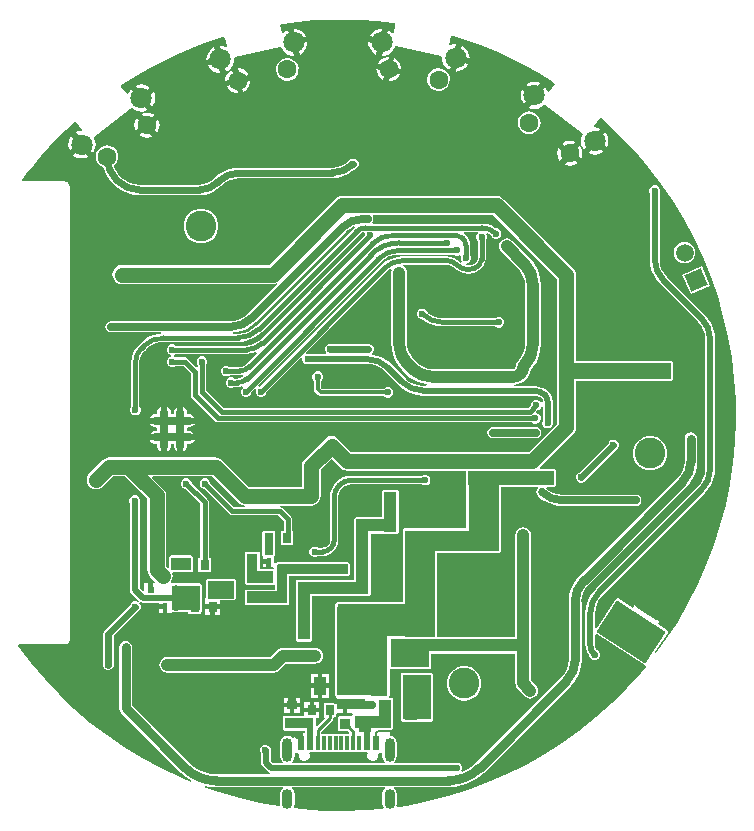
<source format=gbl>
G04*
G04 #@! TF.GenerationSoftware,Altium Limited,Altium Designer,22.1.2 (22)*
G04*
G04 Layer_Physical_Order=2*
G04 Layer_Color=16711680*
%FSLAX25Y25*%
%MOIN*%
G70*
G04*
G04 #@! TF.SameCoordinates,673B4CCC-D109-4FC9-AC55-69538E973762*
G04*
G04*
G04 #@! TF.FilePolarity,Positive*
G04*
G01*
G75*
%ADD10C,0.01000*%
%ADD15C,0.00800*%
%ADD23R,0.03500X0.03000*%
%ADD24R,0.03000X0.03500*%
%ADD26R,0.03622X0.03228*%
%ADD28R,0.01800X0.02500*%
%ADD41R,0.04000X0.06000*%
%ADD115C,0.02362*%
%ADD125C,0.02200*%
%ADD126C,0.02000*%
%ADD127C,0.01500*%
%ADD128C,0.02500*%
%ADD129C,0.01200*%
%ADD131C,0.04000*%
%ADD132C,0.03000*%
%ADD231C,0.06299*%
%ADD232C,0.07087*%
%ADD233O,0.03543X0.07874*%
%ADD234O,0.03543X0.06693*%
%ADD235C,0.10236*%
%ADD236P,0.11136X4X282.0*%
%ADD237C,0.07874*%
%ADD238C,0.05906*%
%ADD239P,0.08352X4X158.0*%
%ADD240R,0.00945X0.00787*%
%ADD241R,0.02362X0.04724*%
%ADD242R,0.03937X0.06693*%
%ADD243R,0.05512X0.07165*%
%ADD244R,0.01772X0.01968*%
%ADD245R,0.02362X0.02362*%
%ADD246R,0.01181X0.04724*%
%ADD247C,0.05000*%
%ADD248C,0.01600*%
%ADD249R,0.04226X0.13317*%
%ADD250R,0.13317X0.04226*%
%ADD251R,0.04226X0.25025*%
%ADD252R,0.23735X0.04226*%
%ADD253R,0.04226X0.18995*%
%ADD254R,0.09400X0.03740*%
%ADD255R,0.03000X0.07364*%
%ADD256R,0.28583X0.04552*%
%ADD257R,0.10406X0.20537*%
%ADD258R,0.06621X0.04451*%
%ADD259R,0.37451X0.05200*%
%ADD260R,0.12895X0.09521*%
%ADD261R,0.46334X0.04226*%
G04:AMPARAMS|DCode=262|XSize=136.18mil|YSize=193.82mil|CornerRadius=0mil|HoleSize=0mil|Usage=FLASHONLY|Rotation=237.000|XOffset=0mil|YOffset=0mil|HoleType=Round|Shape=Rectangle|*
%AMROTATEDRECTD262*
4,1,4,-0.04419,0.10988,0.11836,0.00432,0.04419,-0.10988,-0.11836,-0.00432,-0.04419,0.10988,0.0*
%
%ADD262ROTATEDRECTD262*%

G04:AMPARAMS|DCode=263|XSize=125.59mil|YSize=194.18mil|CornerRadius=0mil|HoleSize=0mil|Usage=FLASHONLY|Rotation=237.000|XOffset=0mil|YOffset=0mil|HoleType=Round|Shape=Rectangle|*
%AMROTATEDRECTD263*
4,1,4,-0.04723,0.10554,0.11563,-0.00022,0.04723,-0.10554,-0.11563,0.00022,-0.04723,0.10554,0.0*
%
%ADD263ROTATEDRECTD263*%

%ADD264R,0.04179X0.04755*%
%ADD265R,0.12288X0.03300*%
%ADD266R,0.03747X0.03747*%
%ADD267R,0.11052X0.04175*%
%ADD268R,0.23567X0.03322*%
%ADD269R,0.03295X0.12976*%
%ADD270R,0.13481X0.03847*%
%ADD271R,0.03681X0.09706*%
%ADD272R,0.08884X0.03862*%
%ADD273R,0.09297X0.08416*%
%ADD274R,0.30300X0.10938*%
%ADD275R,0.16802X0.29561*%
%ADD276R,0.10387X0.10630*%
%ADD277R,0.08627X0.05866*%
%ADD278R,0.29900X0.06805*%
%ADD279R,0.10200X0.34614*%
%ADD280R,0.09200X0.15029*%
%ADD281R,0.16902X0.14983*%
%ADD282R,0.03937X0.09219*%
%ADD283R,0.09654X0.03700*%
%ADD284R,0.02362X0.08250*%
%ADD285R,0.02362X0.10550*%
%ADD286R,0.05300X0.05300*%
G36*
X116461Y55231D02*
X121704Y54842D01*
X126927Y54245D01*
X127568Y54146D01*
X127851Y53734D01*
X127266Y50979D01*
X126740Y50912D01*
X125932Y51639D01*
X125237Y51994D01*
X124314Y47655D01*
X123392Y43316D01*
X124171Y43357D01*
X125309Y43727D01*
X126312Y44378D01*
X127113Y45267D01*
X127656Y46333D01*
X127833Y46425D01*
X127859Y46414D01*
X142950Y43206D01*
X143414Y42984D01*
X143477Y41789D01*
X143846Y40651D01*
X144498Y39648D01*
X145387Y38848D01*
X146082Y38493D01*
X147004Y42832D01*
X147927Y47171D01*
X147148Y47130D01*
X146114Y46794D01*
X145662Y47071D01*
X146234Y49762D01*
X146662Y50021D01*
X147248Y49858D01*
X152201Y48265D01*
X157088Y46477D01*
X161900Y44499D01*
X166631Y42332D01*
X171272Y39981D01*
X175818Y37448D01*
X180260Y34738D01*
X180807Y34374D01*
X180897Y33882D01*
X179025Y31271D01*
X178518Y31421D01*
X178098Y32416D01*
X177619Y33031D01*
X174943Y29493D01*
X172267Y25956D01*
X172990Y25662D01*
X174177Y25514D01*
X175362Y25679D01*
X176464Y26144D01*
X177408Y26879D01*
X177623Y26888D01*
X177675Y26829D01*
X189932Y17560D01*
X190257Y17161D01*
X189807Y16053D01*
X189660Y14866D01*
X189824Y13681D01*
X190289Y12579D01*
X190769Y11963D01*
X193444Y15501D01*
X196120Y19039D01*
X195397Y19332D01*
X194320Y19466D01*
X194027Y19909D01*
X195976Y22486D01*
X196473Y22540D01*
X197637Y21547D01*
X202736Y16704D01*
X207569Y11596D01*
X212124Y6238D01*
X216387Y645D01*
X220345Y-5167D01*
X223989Y-11182D01*
X227307Y-17383D01*
X230290Y-23751D01*
X232929Y-30270D01*
X235218Y-36919D01*
X237149Y-43681D01*
X238717Y-50536D01*
X239917Y-57465D01*
X240747Y-64448D01*
X241204Y-71466D01*
X241286Y-78498D01*
X240994Y-85524D01*
X240328Y-92525D01*
X239289Y-99480D01*
X237882Y-106370D01*
X236110Y-113175D01*
X233977Y-119877D01*
X231491Y-126455D01*
X228658Y-132891D01*
X225486Y-139168D01*
X221984Y-145266D01*
X218162Y-151169D01*
X214824Y-155768D01*
X214412Y-155485D01*
X218595Y-149044D01*
X218686Y-148555D01*
X218404Y-148145D01*
X215191Y-146059D01*
X217304Y-142805D01*
X213163Y-140116D01*
X209023Y-137427D01*
X206910Y-140681D01*
X202118Y-137569D01*
X201630Y-137479D01*
X201220Y-137760D01*
X194879Y-147525D01*
X194399Y-147383D01*
Y-142572D01*
X194385Y-142498D01*
X194539Y-140935D01*
X195016Y-139361D01*
X195792Y-137910D01*
X196789Y-136696D01*
X196851Y-136654D01*
X230950Y-102555D01*
X230953Y-102558D01*
X232139Y-101169D01*
X233093Y-99612D01*
X233792Y-97926D01*
X234218Y-96150D01*
X234361Y-94330D01*
X234357D01*
Y-51168D01*
X234361D01*
X234218Y-49347D01*
X233792Y-47572D01*
X233093Y-45885D01*
X232139Y-44328D01*
X230953Y-42940D01*
X230950Y-42943D01*
X218320Y-30313D01*
X218258Y-30271D01*
X217261Y-29057D01*
X216486Y-27606D01*
X216008Y-26032D01*
X215854Y-24468D01*
X215869Y-24395D01*
Y-2403D01*
X216019Y-2041D01*
Y-1333D01*
X215747Y-678D01*
X215246Y-177D01*
X214592Y94D01*
X213883D01*
X213229Y-177D01*
X212727Y-678D01*
X212456Y-1333D01*
Y-2041D01*
X212606Y-2403D01*
Y-24395D01*
X212601D01*
X212745Y-26215D01*
X213171Y-27991D01*
X213870Y-29678D01*
X214824Y-31235D01*
X216010Y-32623D01*
X216013Y-32620D01*
X228643Y-45250D01*
X228705Y-45291D01*
X229702Y-46506D01*
X230477Y-47957D01*
X230955Y-49531D01*
X231109Y-51094D01*
X231094Y-51168D01*
Y-94330D01*
X231109Y-94403D01*
X230955Y-95967D01*
X230477Y-97541D01*
X229702Y-98991D01*
X228705Y-100206D01*
X228643Y-100248D01*
X194544Y-134347D01*
X194540Y-134344D01*
X193354Y-135732D01*
X192400Y-137289D01*
X191702Y-138976D01*
X191276Y-140751D01*
X191132Y-142572D01*
X191137D01*
Y-152917D01*
X191137D01*
X191262Y-154192D01*
X191634Y-155418D01*
X192238Y-156548D01*
X192452Y-156809D01*
X192694Y-157393D01*
X193195Y-157894D01*
X193850Y-158165D01*
X194559D01*
X195213Y-157894D01*
X195714Y-157393D01*
X195985Y-156738D01*
Y-156030D01*
X195714Y-155375D01*
X195213Y-154874D01*
X195007Y-154789D01*
X194830Y-154558D01*
X194502Y-153766D01*
X194394Y-152945D01*
X194399Y-152917D01*
Y-149676D01*
X194899Y-149405D01*
X210857Y-159767D01*
X211009Y-159796D01*
X211210Y-160342D01*
X209603Y-162324D01*
X204891Y-167543D01*
X199907Y-172504D01*
X194665Y-177193D01*
X189181Y-181596D01*
X183471Y-185700D01*
X177550Y-189494D01*
X171435Y-192968D01*
X165145Y-196111D01*
X158695Y-198914D01*
X152105Y-201370D01*
X145394Y-203471D01*
X138581Y-205212D01*
X131684Y-206587D01*
X128571Y-207037D01*
X128172Y-206590D01*
X128296Y-205968D01*
Y-202818D01*
X128111Y-201893D01*
X127587Y-201108D01*
X127337Y-200941D01*
X127489Y-200441D01*
X145658D01*
X145659Y-200441D01*
Y-200441D01*
X145701Y-200433D01*
X147820Y-200294D01*
X149944Y-199871D01*
X151995Y-199175D01*
X153937Y-198217D01*
X155738Y-197014D01*
X157335Y-195614D01*
X157371Y-195590D01*
X157371D01*
X157371Y-195590D01*
X186313Y-166648D01*
X186330Y-166621D01*
X187547Y-165197D01*
X188542Y-163573D01*
X189271Y-161813D01*
X189716Y-159961D01*
X189863Y-158094D01*
X189869Y-158063D01*
Y-138714D01*
X189849Y-138616D01*
X189991Y-137175D01*
X190440Y-135696D01*
X191169Y-134332D01*
X192088Y-133213D01*
X192171Y-133157D01*
X224913Y-100415D01*
X224931Y-100389D01*
X226147Y-98964D01*
X227142Y-97340D01*
X227871Y-95581D01*
X228316Y-93729D01*
X228463Y-91861D01*
X228469Y-91830D01*
Y-84305D01*
X228306Y-83485D01*
X227842Y-82791D01*
X227147Y-82327D01*
X226328Y-82164D01*
X225508Y-82327D01*
X224814Y-82791D01*
X224350Y-83485D01*
X224187Y-84305D01*
Y-91830D01*
X224206Y-91928D01*
X224064Y-93369D01*
X223615Y-94849D01*
X222886Y-96212D01*
X221968Y-97332D01*
X221885Y-97387D01*
X189143Y-130129D01*
X189125Y-130155D01*
X187908Y-131580D01*
X186913Y-133204D01*
X186185Y-134964D01*
X185740Y-136816D01*
X185593Y-138683D01*
X185587Y-138714D01*
Y-158063D01*
X185606Y-158160D01*
X185464Y-159601D01*
X185015Y-161081D01*
X184286Y-162445D01*
X183368Y-163564D01*
X183285Y-163620D01*
X154696Y-192208D01*
X154343Y-192562D01*
X154343D01*
X153985Y-192905D01*
X152894Y-193837D01*
X151247Y-194846D01*
X150145Y-195303D01*
X149781Y-194912D01*
X149981Y-194430D01*
Y-193721D01*
X149710Y-193067D01*
X149209Y-192566D01*
X148554Y-192295D01*
X147846D01*
X147484Y-192444D01*
X127540D01*
X127388Y-191944D01*
X127587Y-191811D01*
X128112Y-191027D01*
X128296Y-190102D01*
Y-185771D01*
X128112Y-184845D01*
X127587Y-184061D01*
X126803Y-183537D01*
X126345Y-183446D01*
X125938Y-183219D01*
Y-181354D01*
X126466D01*
X126925Y-181164D01*
X127115Y-180705D01*
Y-177405D01*
Y-171358D01*
X127066Y-171239D01*
Y-170758D01*
X126585D01*
X126466Y-170709D01*
X125829D01*
Y-169924D01*
X125879Y-169805D01*
Y-161401D01*
X126105Y-161249D01*
X139000D01*
X139459Y-161059D01*
X139649Y-160600D01*
Y-155954D01*
X167805D01*
Y-165905D01*
X167805Y-165905D01*
X167895Y-166583D01*
X168157Y-167216D01*
X168573Y-167759D01*
X170974Y-170159D01*
X171517Y-170576D01*
X172149Y-170838D01*
X172828Y-170927D01*
X173507Y-170838D01*
X174139Y-170576D01*
X174682Y-170159D01*
X175099Y-169616D01*
X175361Y-168983D01*
X175450Y-168305D01*
X175361Y-167626D01*
X175099Y-166993D01*
X174682Y-166450D01*
X173050Y-164818D01*
Y-155398D01*
X173089Y-155305D01*
Y-151079D01*
X173050Y-150986D01*
Y-116505D01*
X172961Y-115826D01*
X172699Y-115193D01*
X172282Y-114650D01*
X171739Y-114234D01*
X171107Y-113972D01*
X170428Y-113882D01*
X169749Y-113972D01*
X169117Y-114234D01*
X168573Y-114650D01*
X168157Y-115193D01*
X167895Y-115826D01*
X167805Y-116505D01*
Y-150429D01*
X141851D01*
X141777Y-150319D01*
Y-122354D01*
X162514D01*
X162973Y-122164D01*
X163163Y-121705D01*
Y-116551D01*
X163182Y-116505D01*
Y-100284D01*
X175188D01*
X175333Y-100677D01*
X175354Y-100784D01*
X174957Y-101378D01*
X174814Y-102100D01*
X174957Y-102822D01*
X175366Y-103434D01*
X175366Y-103434D01*
X175369Y-103437D01*
X175372Y-103438D01*
X175736Y-103748D01*
X176724Y-104592D01*
X178245Y-105524D01*
X179894Y-106207D01*
X181629Y-106624D01*
X183398Y-106763D01*
X183408Y-106765D01*
X207886D01*
X208608Y-106621D01*
X209220Y-106212D01*
X209629Y-105601D01*
X209772Y-104879D01*
X209629Y-104157D01*
X209220Y-103545D01*
X208608Y-103136D01*
X207886Y-102992D01*
X183408D01*
X183331Y-103008D01*
X181921Y-102869D01*
X180491Y-102435D01*
X179173Y-101731D01*
X178398Y-101094D01*
X178048Y-100779D01*
X178068Y-100674D01*
X178212Y-100284D01*
X180730D01*
X181189Y-100094D01*
X181379Y-99635D01*
Y-95083D01*
X181189Y-94624D01*
X180730Y-94434D01*
X176111D01*
X175904Y-93934D01*
X187057Y-82780D01*
X187057Y-82780D01*
X187554Y-82133D01*
X187866Y-81379D01*
X187973Y-80569D01*
X187973Y-80569D01*
Y-65049D01*
X219779D01*
X220239Y-64859D01*
X220429Y-64400D01*
Y-59200D01*
X220239Y-58741D01*
X219779Y-58551D01*
X187973D01*
Y-29733D01*
X187973Y-29733D01*
X187866Y-28924D01*
X187554Y-28170D01*
X187057Y-27522D01*
X163829Y-4294D01*
X163181Y-3797D01*
X162427Y-3484D01*
X161618Y-3378D01*
X161618Y-3378D01*
X109970D01*
X109970Y-3378D01*
X109566Y-3431D01*
X109161Y-3484D01*
X108849Y-3614D01*
X108407Y-3797D01*
X107759Y-4294D01*
X107759Y-4294D01*
X85575Y-26478D01*
X36634D01*
X35825Y-26585D01*
X35071Y-26897D01*
X34423Y-27394D01*
X33926Y-28041D01*
X33614Y-28795D01*
X33507Y-29605D01*
X33614Y-30414D01*
X33926Y-31168D01*
X34423Y-31816D01*
X35071Y-32313D01*
X35825Y-32625D01*
X36634Y-32731D01*
X86870D01*
X86870Y-32731D01*
X87680Y-32625D01*
X88227Y-32398D01*
X88511Y-32822D01*
X78591Y-42742D01*
X78542Y-42814D01*
X77375Y-43772D01*
X75968Y-44524D01*
X74441Y-44987D01*
X72939Y-45135D01*
X72853Y-45118D01*
X33028D01*
X32306Y-45262D01*
X31694Y-45671D01*
X31285Y-46283D01*
X31142Y-47005D01*
X31285Y-47727D01*
X31694Y-48338D01*
X32306Y-48747D01*
X33028Y-48891D01*
X49744D01*
X49764Y-49391D01*
X48889Y-49460D01*
X47152Y-49877D01*
X45501Y-50560D01*
X43978Y-51494D01*
X42619Y-52654D01*
X42626Y-52660D01*
X42254Y-53031D01*
X42244Y-53021D01*
X41179Y-54318D01*
X40388Y-55798D01*
X39901Y-57404D01*
X39737Y-59074D01*
X39751D01*
Y-73637D01*
X39618Y-73770D01*
X39347Y-74425D01*
Y-75133D01*
X39618Y-75788D01*
X40119Y-76289D01*
X40774Y-76560D01*
X41482D01*
X42137Y-76289D01*
X42638Y-75788D01*
X42909Y-75133D01*
Y-74425D01*
X42638Y-73770D01*
X42504Y-73637D01*
Y-59074D01*
X42489Y-58995D01*
X42676Y-57568D01*
X43258Y-56165D01*
X44134Y-55023D01*
X44201Y-54978D01*
X44572Y-54607D01*
X44607Y-54555D01*
X45869Y-53519D01*
X47363Y-52721D01*
X48984Y-52229D01*
X50609Y-52069D01*
X50670Y-52081D01*
X75286D01*
Y-52090D01*
X77067Y-51950D01*
X78804Y-51533D01*
X80454Y-50849D01*
X81978Y-49915D01*
X83336Y-48755D01*
X83330Y-48749D01*
X115422Y-16657D01*
X115772Y-16307D01*
X116150Y-16013D01*
X116420Y-15805D01*
X117178Y-15492D01*
X117409Y-15461D01*
X117760Y-15919D01*
X117646Y-16195D01*
Y-16384D01*
X82596Y-51434D01*
X82595Y-51436D01*
X82594Y-51437D01*
X82594Y-51437D01*
X82593Y-51437D01*
X82568Y-51464D01*
X82561Y-51469D01*
X82559Y-51472D01*
X82195Y-51773D01*
X81623Y-52242D01*
X80506Y-52839D01*
X79294Y-53207D01*
X78060Y-53329D01*
X78034Y-53324D01*
X54642D01*
X54509Y-53190D01*
X53854Y-52919D01*
X53146D01*
X52491Y-53190D01*
X51990Y-53691D01*
X51719Y-54346D01*
Y-55054D01*
X51990Y-55709D01*
X52491Y-56210D01*
X52900Y-56379D01*
Y-56921D01*
X52491Y-57090D01*
X51990Y-57591D01*
X51719Y-58246D01*
Y-58954D01*
X51990Y-59609D01*
X52491Y-60110D01*
X53146Y-60381D01*
X53854D01*
X54509Y-60110D01*
X54642Y-59976D01*
X57100D01*
X59624Y-62500D01*
Y-69879D01*
X59728Y-70406D01*
X60027Y-70852D01*
X67652Y-78478D01*
X68099Y-78776D01*
X68626Y-78881D01*
X68626Y-78881D01*
X173285D01*
X173419Y-79015D01*
X174074Y-79286D01*
X174782D01*
X175437Y-79015D01*
X175938Y-78514D01*
X176209Y-77859D01*
Y-77150D01*
X175938Y-76496D01*
X175437Y-75995D01*
X174839Y-75747D01*
X174618Y-75262D01*
X174993Y-74886D01*
X175182D01*
X175837Y-74615D01*
X176338Y-74114D01*
X176484Y-73761D01*
X176984Y-73860D01*
Y-78423D01*
X176834Y-78785D01*
Y-79493D01*
X177105Y-80148D01*
X177606Y-80649D01*
X178261Y-80920D01*
X178970D01*
X179624Y-80649D01*
X180125Y-80148D01*
X180396Y-79493D01*
Y-78785D01*
X180247Y-78423D01*
Y-72123D01*
X180259D01*
X180085Y-70806D01*
X179577Y-69579D01*
X179186Y-69069D01*
X179075Y-68903D01*
X178946Y-68711D01*
X178946Y-68711D01*
X178769Y-68525D01*
X178489Y-68307D01*
X178305Y-68184D01*
X177958Y-67899D01*
X176830Y-67297D01*
X175606Y-66925D01*
X174334Y-66800D01*
Y-66800D01*
X167372D01*
X167347Y-66300D01*
X168201Y-66216D01*
X169356Y-65865D01*
X170421Y-65297D01*
X171354Y-64531D01*
X172120Y-63597D01*
X172689Y-62533D01*
X173039Y-61378D01*
X173048Y-61292D01*
X173812Y-60397D01*
X174892Y-58634D01*
X175684Y-56724D01*
X176166Y-54714D01*
X176328Y-52653D01*
X176310D01*
Y-33107D01*
X176327D01*
X176171Y-31130D01*
X175708Y-29201D01*
X174949Y-27369D01*
X173913Y-25678D01*
X172625Y-24170D01*
X172625Y-24170D01*
X172260Y-23828D01*
X166782Y-18350D01*
X166239Y-17934D01*
X165607Y-17672D01*
X164928Y-17582D01*
X164249Y-17672D01*
X163617Y-17934D01*
X163074Y-18350D01*
X162657Y-18893D01*
X162395Y-19526D01*
X162305Y-20205D01*
X162395Y-20883D01*
X162657Y-21516D01*
X163074Y-22059D01*
X168560Y-27545D01*
X168904Y-27890D01*
X169218Y-28260D01*
X169829Y-29004D01*
X170511Y-30280D01*
X170931Y-31666D01*
X171070Y-33072D01*
X171065Y-33107D01*
Y-52653D01*
X171071Y-52699D01*
X170924Y-54199D01*
X170473Y-55685D01*
X169741Y-57054D01*
X169013Y-57941D01*
X168694Y-58305D01*
X168673Y-58321D01*
X168256Y-58864D01*
X167994Y-59497D01*
X167905Y-60176D01*
X167905Y-60176D01*
X167895D01*
X167827Y-60519D01*
X167633Y-60809D01*
X167342Y-61004D01*
X166999Y-61072D01*
Y-61082D01*
X140270D01*
X140235Y-61087D01*
X138829Y-60948D01*
X137444Y-60528D01*
X136167Y-59846D01*
X135423Y-59235D01*
X135053Y-58921D01*
X134708Y-58577D01*
X133811Y-57679D01*
X133783Y-57658D01*
X132887Y-56566D01*
X132204Y-55289D01*
X131784Y-53903D01*
X131646Y-52497D01*
X131650Y-52463D01*
Y-29077D01*
X131561Y-28399D01*
X131299Y-27766D01*
X130882Y-27223D01*
X130339Y-26806D01*
X130290Y-26786D01*
X130294Y-26757D01*
X130445Y-26281D01*
X144665D01*
X144700Y-26274D01*
X145726Y-26409D01*
X146714Y-26819D01*
X147179Y-27175D01*
X147552Y-27480D01*
X147552Y-27480D01*
X148483Y-28244D01*
X149544Y-28811D01*
X150696Y-29160D01*
X151875Y-29277D01*
X151894Y-29278D01*
X152362D01*
D01*
X152381Y-29277D01*
X153560Y-29160D01*
X154711Y-28811D01*
X155773Y-28244D01*
X156703Y-27480D01*
X156709Y-27486D01*
X157403Y-26582D01*
X157839Y-25529D01*
X157987Y-24399D01*
X157976D01*
Y-18342D01*
X158110Y-18209D01*
X158381Y-17554D01*
Y-16846D01*
X158110Y-16191D01*
X157990Y-16071D01*
X158273Y-15647D01*
X159320Y-16081D01*
X159602Y-16297D01*
Y-16325D01*
X159873Y-16980D01*
X160374Y-17481D01*
X161028Y-17752D01*
X161737D01*
X162392Y-17481D01*
X162893Y-16980D01*
X163164Y-16325D01*
Y-15617D01*
X162893Y-14962D01*
X162392Y-14461D01*
X161737Y-14190D01*
X161391D01*
X161141Y-13984D01*
X159744Y-13238D01*
X158228Y-12778D01*
X156652Y-12623D01*
Y-12635D01*
X120328D01*
X120063Y-12135D01*
X120325Y-11743D01*
X120468Y-11021D01*
X120325Y-10299D01*
X120213Y-10131D01*
X120480Y-9631D01*
X160323D01*
X181720Y-31028D01*
Y-59102D01*
X181679Y-59200D01*
Y-64400D01*
X181720Y-64498D01*
Y-79274D01*
X172221Y-88773D01*
X113055D01*
X108947Y-84665D01*
X108739Y-84394D01*
X108091Y-83897D01*
X107337Y-83584D01*
X106528Y-83478D01*
X105719Y-83584D01*
X104964Y-83897D01*
X104317Y-84394D01*
X97589Y-91122D01*
X97092Y-91769D01*
X96780Y-92523D01*
X96726Y-92928D01*
X96673Y-93333D01*
X96673Y-93333D01*
Y-100378D01*
X79000D01*
X70111Y-91489D01*
X69463Y-90992D01*
X68709Y-90680D01*
X68305Y-90627D01*
X67900Y-90573D01*
X67900Y-90573D01*
X38822D01*
X38821Y-90573D01*
X38821Y-90573D01*
X32432D01*
X31623Y-90680D01*
X30869Y-90992D01*
X30222Y-91489D01*
X30222Y-91489D01*
X25817Y-95894D01*
X25320Y-96541D01*
X25008Y-97295D01*
X24901Y-98105D01*
X25008Y-98914D01*
X25320Y-99668D01*
X25817Y-100316D01*
X26465Y-100812D01*
X27219Y-101125D01*
X28028Y-101231D01*
X28837Y-101125D01*
X29591Y-100812D01*
X30239Y-100316D01*
X33728Y-96827D01*
X37526D01*
X45172Y-104472D01*
Y-121755D01*
Y-128069D01*
X45172Y-128069D01*
X45225Y-128474D01*
X45278Y-128878D01*
X45591Y-129632D01*
X46088Y-130280D01*
X47770Y-131963D01*
X47563Y-132463D01*
X46944D01*
Y-134644D01*
X45444D01*
Y-132463D01*
X44013D01*
Y-134852D01*
X43551Y-135044D01*
X42559Y-134052D01*
Y-105720D01*
X42709Y-105359D01*
Y-104650D01*
X42438Y-103996D01*
X41937Y-103495D01*
X41282Y-103224D01*
X40574D01*
X39919Y-103495D01*
X39418Y-103996D01*
X39147Y-104650D01*
Y-105359D01*
X39296Y-105720D01*
Y-134728D01*
X39421Y-135352D01*
X39774Y-135881D01*
X42235Y-138342D01*
X41952Y-138766D01*
X41504Y-138581D01*
X40796D01*
X40141Y-138852D01*
X39640Y-139353D01*
X39592Y-139468D01*
X30900Y-148160D01*
X30524Y-148723D01*
X30392Y-149386D01*
Y-159135D01*
X30345Y-159250D01*
Y-159959D01*
X30616Y-160614D01*
X31117Y-161115D01*
X31771Y-161386D01*
X32480D01*
X33134Y-161115D01*
X33636Y-160614D01*
X33907Y-159959D01*
Y-159250D01*
X33859Y-159135D01*
Y-150104D01*
X42043Y-141919D01*
X42159Y-141872D01*
X42660Y-141371D01*
X42931Y-140716D01*
Y-140007D01*
X42660Y-139353D01*
X42479Y-139172D01*
X42798Y-138784D01*
X42962Y-138893D01*
X43586Y-139017D01*
X49130D01*
Y-139508D01*
X51030D01*
Y-140258D01*
X51780D01*
Y-142508D01*
X52930D01*
Y-142477D01*
X53280Y-142243D01*
X58768D01*
Y-142608D01*
X62968D01*
Y-142082D01*
X63037Y-142053D01*
X63227Y-141594D01*
Y-133178D01*
X63037Y-132719D01*
X62578Y-132528D01*
X53280D01*
X53248Y-132542D01*
X52933Y-132131D01*
X53181Y-131807D01*
X53494Y-131053D01*
X53600Y-130244D01*
X53494Y-129435D01*
X53446Y-129319D01*
X53724Y-128903D01*
X59707D01*
X59827Y-128854D01*
X60307D01*
Y-128373D01*
X60357Y-128254D01*
Y-123803D01*
X60167Y-123343D01*
X59707Y-123153D01*
X53086D01*
X52627Y-123343D01*
X52437Y-123803D01*
Y-127132D01*
X51975Y-127323D01*
X51425Y-126774D01*
Y-121755D01*
Y-103177D01*
X51319Y-102368D01*
X51006Y-101614D01*
X50509Y-100966D01*
X50509Y-100966D01*
X46832Y-97289D01*
X47023Y-96827D01*
X66605D01*
X75494Y-105716D01*
X75494Y-105716D01*
X76141Y-106212D01*
X76895Y-106525D01*
X77645Y-106624D01*
X77612Y-107124D01*
X74070D01*
X66081Y-99134D01*
Y-98946D01*
X65810Y-98291D01*
X65309Y-97790D01*
X64654Y-97519D01*
X63946D01*
X63291Y-97790D01*
X62790Y-98291D01*
X62519Y-98946D01*
Y-99654D01*
X62790Y-100309D01*
X63291Y-100810D01*
X63946Y-101081D01*
X64135D01*
X72527Y-109473D01*
X72527Y-109473D01*
X72973Y-109772D01*
X73500Y-109876D01*
X88630D01*
X90524Y-111770D01*
Y-115150D01*
X89600D01*
Y-119850D01*
X93800D01*
Y-115150D01*
X93276D01*
Y-111803D01*
X93376Y-111300D01*
X93272Y-110773D01*
X92973Y-110327D01*
X92873Y-110227D01*
X92873Y-110227D01*
X90173Y-107527D01*
X89727Y-107228D01*
X89200Y-107124D01*
X89219Y-106631D01*
X99800D01*
X100609Y-106525D01*
X101363Y-106212D01*
X102011Y-105716D01*
X102508Y-105068D01*
X102820Y-104314D01*
X102927Y-103505D01*
X102913Y-103405D01*
X102927Y-103305D01*
Y-94628D01*
X106496Y-91058D01*
X109549Y-94111D01*
X109549Y-94111D01*
X110197Y-94608D01*
X110951Y-94920D01*
X111760Y-95027D01*
X111760Y-95027D01*
X151460D01*
X151498Y-95083D01*
Y-95920D01*
X151478Y-95968D01*
Y-111075D01*
X151478Y-111075D01*
Y-114251D01*
X130928D01*
X130469Y-114441D01*
X130278Y-114900D01*
Y-121705D01*
Y-138732D01*
X108428D01*
X107969Y-138922D01*
X107778Y-139381D01*
Y-140244D01*
Y-150319D01*
Y-151463D01*
X107678Y-151705D01*
Y-166687D01*
X107778Y-166929D01*
Y-169805D01*
X107969Y-170264D01*
X108278Y-170632D01*
X108278Y-170892D01*
Y-172000D01*
X108110Y-172430D01*
X107778Y-172430D01*
X103910D01*
Y-177130D01*
X104163D01*
X104354Y-177592D01*
X101693Y-180253D01*
X101232Y-180061D01*
Y-177530D01*
X102510D01*
Y-175530D01*
X100010D01*
X97510D01*
Y-176624D01*
X96874D01*
X96797Y-176655D01*
X90928D01*
X90469Y-176846D01*
X90278Y-177305D01*
Y-181005D01*
X90469Y-181464D01*
X90928Y-181654D01*
X97571D01*
Y-182330D01*
X97001D01*
Y-185692D01*
X95502D01*
Y-182330D01*
X94070D01*
Y-183967D01*
X93570Y-184118D01*
X93532Y-184061D01*
X92748Y-183537D01*
X91822Y-183353D01*
X90897Y-183537D01*
X90113Y-184061D01*
X89588Y-184845D01*
X89404Y-185771D01*
Y-190102D01*
X89588Y-191027D01*
X90113Y-191811D01*
X90311Y-191944D01*
X90160Y-192444D01*
X87051D01*
X86201Y-191594D01*
Y-188648D01*
X86281Y-188454D01*
Y-187746D01*
X86010Y-187091D01*
X85509Y-186590D01*
X84854Y-186319D01*
X84146D01*
X83491Y-186590D01*
X82990Y-187091D01*
X82719Y-187746D01*
Y-188454D01*
X82938Y-188983D01*
Y-192269D01*
X83062Y-192894D01*
X83416Y-193423D01*
X85222Y-195229D01*
X85751Y-195583D01*
X86133Y-195659D01*
X86084Y-196159D01*
X67997D01*
X67892Y-196180D01*
X66071Y-196036D01*
X64193Y-195585D01*
X62408Y-194846D01*
X60761Y-193837D01*
X59372Y-192651D01*
X59313Y-192562D01*
X40069Y-173318D01*
Y-153894D01*
X39906Y-153074D01*
X39442Y-152380D01*
X38747Y-151916D01*
X37928Y-151753D01*
X37108Y-151916D01*
X36414Y-152380D01*
X35950Y-153074D01*
X35787Y-153894D01*
Y-174205D01*
X35950Y-175024D01*
X36414Y-175719D01*
X56285Y-195590D01*
X56285Y-195590D01*
X56285Y-195590D01*
X56321Y-195614D01*
X57917Y-197014D01*
X59718Y-198217D01*
X59783Y-198249D01*
X59577Y-198705D01*
X55998Y-197236D01*
X49644Y-194224D01*
X43459Y-190877D01*
X37461Y-187206D01*
X31667Y-183220D01*
X26094Y-178932D01*
X20757Y-174352D01*
X15671Y-169495D01*
X10852Y-164374D01*
X6312Y-159003D01*
X2065Y-153398D01*
X2003Y-153307D01*
X2237Y-152865D01*
X17717Y-152826D01*
X18008Y-152767D01*
X18298Y-152710D01*
X18300Y-152709D01*
X18302Y-152708D01*
X18547Y-152543D01*
X18794Y-152378D01*
X18795Y-152377D01*
X18797Y-152375D01*
X18961Y-152129D01*
X19126Y-151882D01*
X19126Y-151880D01*
X19127Y-151878D01*
X19184Y-151587D01*
X19242Y-151297D01*
Y-108D01*
X19185Y180D01*
X19129Y469D01*
X19127Y473D01*
X19126Y477D01*
X18963Y722D01*
X18801Y967D01*
X18797Y970D01*
X18794Y974D01*
X18550Y1137D01*
X18307Y1302D01*
X18302Y1302D01*
X18298Y1305D01*
X18010Y1362D01*
X17722Y1421D01*
X3514Y1507D01*
X3291Y1954D01*
X4764Y3929D01*
X7231Y7038D01*
X9791Y10071D01*
X12441Y13026D01*
X15178Y15900D01*
X18000Y18690D01*
X20808Y21303D01*
X21348Y21354D01*
X21406Y21349D01*
X23464Y18715D01*
X23178Y18268D01*
X22103Y18117D01*
X21384Y17812D01*
X24115Y14317D01*
X26846Y10821D01*
X27316Y11445D01*
X27764Y12554D01*
X27910Y13741D01*
X27743Y14926D01*
X27276Y16027D01*
X27319Y16221D01*
X27343Y16233D01*
X39502Y25733D01*
X39971Y25945D01*
X40926Y25225D01*
X42035Y24777D01*
X43223Y24632D01*
X44407Y24798D01*
X45125Y25103D01*
X42395Y28598D01*
X39664Y32094D01*
X39194Y31470D01*
X38826Y30558D01*
X38283Y30452D01*
X36423Y33000D01*
X36508Y33493D01*
X37062Y33871D01*
X41481Y36641D01*
X46006Y39234D01*
X50630Y41646D01*
X55346Y43873D01*
X60146Y45913D01*
X65023Y47761D01*
X69969Y49415D01*
X70570Y49590D01*
X71001Y49337D01*
X71638Y46580D01*
X71190Y46296D01*
X70151Y46613D01*
X69371Y46641D01*
X70369Y42319D01*
X71367Y37997D01*
X72056Y38363D01*
X72931Y39179D01*
X73564Y40194D01*
X73914Y41337D01*
X73956Y42533D01*
X74416Y42763D01*
X89450Y46234D01*
X89475Y46246D01*
X89653Y46157D01*
X90215Y45101D01*
X91031Y44226D01*
X92045Y43592D01*
X93189Y43242D01*
X93969Y43215D01*
X92971Y47537D01*
X91973Y51859D01*
X91285Y51493D01*
X90490Y50751D01*
X89963Y50810D01*
X89338Y53515D01*
X89616Y53931D01*
X90244Y54035D01*
X95460Y54692D01*
X100698Y55141D01*
X105950Y55380D01*
X111207Y55410D01*
X116461Y55231D01*
D02*
G37*
G36*
X114365Y-13915D02*
X113824Y-14359D01*
X113824Y-14359D01*
X113472Y-14714D01*
X81384Y-46802D01*
X81349Y-46854D01*
X80087Y-47890D01*
X78593Y-48689D01*
X76972Y-49180D01*
X75346Y-49340D01*
X75286Y-49328D01*
X73674D01*
X73655Y-48828D01*
X74713Y-48745D01*
X76526Y-48309D01*
X78250Y-47596D01*
X79840Y-46621D01*
X81258Y-45410D01*
X81258Y-45410D01*
X111384Y-15284D01*
X111432Y-15211D01*
X112599Y-14254D01*
X114006Y-13501D01*
X114125Y-13465D01*
X114365Y-13915D01*
D02*
G37*
G36*
X129085Y-22933D02*
X147114D01*
X147247Y-23067D01*
X147902Y-23338D01*
X148611D01*
X149265Y-23067D01*
X149305Y-23027D01*
X149729Y-23310D01*
X149547Y-23750D01*
Y-24459D01*
X149818Y-25114D01*
X149935Y-25231D01*
X149600Y-25603D01*
X149506Y-25527D01*
X149506Y-25527D01*
X148468Y-24675D01*
X147285Y-24043D01*
X146001Y-23653D01*
X144665Y-23522D01*
Y-23528D01*
X130445D01*
Y-23505D01*
X128422Y-23704D01*
X126478Y-24294D01*
X124686Y-25252D01*
X123115Y-26541D01*
X123115Y-26541D01*
X122778Y-26911D01*
X82869Y-66820D01*
X82680D01*
X82320Y-66969D01*
X82037Y-66545D01*
X120691Y-27891D01*
X120963Y-27483D01*
X122987Y-25459D01*
X122987Y-25459D01*
X123353Y-25136D01*
X124284Y-24372D01*
X125778Y-23573D01*
X127399Y-23081D01*
X129024Y-22921D01*
X129085Y-22933D01*
D02*
G37*
G36*
X155393Y-15888D02*
X155090Y-16191D01*
X154819Y-16846D01*
Y-17554D01*
X155090Y-18209D01*
X155224Y-18342D01*
Y-24399D01*
X155227Y-24418D01*
X155108Y-25015D01*
X154770Y-25521D01*
X154754Y-25531D01*
X154745Y-25545D01*
X154057Y-26074D01*
X153239Y-26412D01*
X152378Y-26526D01*
X152362Y-26522D01*
X151894D01*
X151877Y-26526D01*
X151349Y-26456D01*
X151294Y-26386D01*
X151540Y-25886D01*
X151682D01*
X152337Y-25615D01*
X152838Y-25114D01*
X153109Y-24459D01*
Y-23750D01*
X152838Y-23096D01*
X152704Y-22962D01*
Y-20060D01*
X152722D01*
X152546Y-18728D01*
X152032Y-17485D01*
X151214Y-16419D01*
X151210Y-16423D01*
X150513Y-15888D01*
X150682Y-15388D01*
X155186D01*
X155393Y-15888D01*
D02*
G37*
G36*
X81574Y-55912D02*
X78128Y-59358D01*
X78127Y-59359D01*
X78127Y-59359D01*
X78126Y-59360D01*
X78114Y-59378D01*
X77378Y-59943D01*
X76499Y-60307D01*
X75579Y-60428D01*
X75556Y-60424D01*
X72642D01*
X72509Y-60290D01*
X71854Y-60019D01*
X71146D01*
X70491Y-60290D01*
X69990Y-60791D01*
X69719Y-61446D01*
Y-62154D01*
X69990Y-62809D01*
X70491Y-63310D01*
X71146Y-63581D01*
X71854D01*
X72509Y-63310D01*
X72642Y-63176D01*
X75556D01*
Y-63181D01*
X76803Y-63058D01*
X76918Y-63023D01*
X77151Y-63475D01*
X76645Y-63863D01*
X75849Y-64193D01*
X75008Y-64303D01*
X74994Y-64301D01*
X74200D01*
X74067Y-64167D01*
X73412Y-63896D01*
X72704D01*
X72049Y-64167D01*
X71548Y-64668D01*
X71277Y-65323D01*
Y-66031D01*
X71548Y-66686D01*
X72049Y-67187D01*
X72704Y-67458D01*
X73412D01*
X74067Y-67187D01*
X74200Y-67054D01*
X74994D01*
Y-67056D01*
X76175Y-66940D01*
X76598Y-66812D01*
X76863Y-67254D01*
X76524Y-67592D01*
X76253Y-68247D01*
Y-68955D01*
X76524Y-69610D01*
X77025Y-70111D01*
X77680Y-70382D01*
X78388D01*
X79043Y-70111D01*
X79544Y-69610D01*
X79815Y-68955D01*
Y-68767D01*
X80978Y-67604D01*
X81402Y-67887D01*
X81253Y-68247D01*
Y-68955D01*
X81524Y-69610D01*
X82025Y-70111D01*
X82680Y-70382D01*
X83388D01*
X84043Y-70111D01*
X84544Y-69610D01*
X84815Y-68955D01*
Y-68767D01*
X96285Y-57297D01*
X96490Y-57365D01*
X96747Y-57542D01*
Y-58159D01*
X97018Y-58814D01*
X97519Y-59315D01*
X98174Y-59586D01*
X98882D01*
X99244Y-59436D01*
X118368D01*
X118441Y-59421D01*
X120005Y-59575D01*
X121579Y-60053D01*
X123029Y-60828D01*
X124244Y-61825D01*
X124285Y-61887D01*
X128928Y-66529D01*
X128924Y-66532D01*
X130313Y-67718D01*
X131870Y-68672D01*
X133556Y-69371D01*
X135332Y-69797D01*
X137152Y-69941D01*
Y-69936D01*
X153657D01*
X153730Y-69921D01*
X154985Y-70045D01*
X154985Y-70045D01*
X155244Y-70063D01*
X155464Y-70063D01*
X174334D01*
X174362Y-70057D01*
X175180Y-70165D01*
X175969Y-70491D01*
X176523Y-70917D01*
X176861Y-71423D01*
X176950Y-71871D01*
X176857Y-72044D01*
X176599Y-72070D01*
X176288Y-72047D01*
X175837Y-71595D01*
X175182Y-71324D01*
X174474D01*
X173819Y-71595D01*
X173318Y-72096D01*
X173047Y-72750D01*
Y-72939D01*
X171958Y-74028D01*
X70575D01*
X64676Y-68130D01*
Y-59742D01*
X64810Y-59609D01*
X65081Y-58954D01*
Y-58246D01*
X64810Y-57591D01*
X64309Y-57090D01*
X63654Y-56819D01*
X62946D01*
X62291Y-57090D01*
X61790Y-57591D01*
X61519Y-58246D01*
Y-58954D01*
X61790Y-59609D01*
X61924Y-59742D01*
Y-60254D01*
X61462Y-60445D01*
X58643Y-57627D01*
X58197Y-57328D01*
X57670Y-57224D01*
X54642D01*
X54509Y-57090D01*
X54100Y-56921D01*
Y-56379D01*
X54509Y-56210D01*
X54642Y-56076D01*
X78034D01*
Y-56094D01*
X79833Y-55917D01*
X81309Y-55470D01*
X81574Y-55912D01*
D02*
G37*
G36*
X126255Y-27671D02*
X126565Y-28229D01*
X126495Y-28399D01*
X126405Y-29077D01*
Y-52463D01*
X126389D01*
X126544Y-54440D01*
X127007Y-56368D01*
X127766Y-58201D01*
X128803Y-59891D01*
X130091Y-61400D01*
X130102Y-61388D01*
X130991Y-62277D01*
X131333Y-62642D01*
X131333Y-62642D01*
X132841Y-63930D01*
X134532Y-64966D01*
X136364Y-65725D01*
X138232Y-66173D01*
X138172Y-66673D01*
X137152D01*
X137079Y-66688D01*
X135515Y-66534D01*
X133941Y-66056D01*
X132491Y-65281D01*
X131276Y-64284D01*
X131235Y-64222D01*
X126593Y-59580D01*
X126596Y-59577D01*
X125207Y-58391D01*
X123651Y-57437D01*
X121964Y-56738D01*
X120209Y-56317D01*
X120170Y-56256D01*
X120021Y-55797D01*
X120310Y-55509D01*
X120581Y-54854D01*
Y-54146D01*
X120310Y-53491D01*
X119809Y-52990D01*
X119154Y-52719D01*
X118446D01*
X118330Y-52767D01*
X106570D01*
X106454Y-52719D01*
X105746D01*
X105091Y-52990D01*
X104590Y-53491D01*
X104319Y-54146D01*
Y-54854D01*
X104590Y-55509D01*
X104754Y-55673D01*
X104547Y-56173D01*
X99244D01*
X98882Y-56024D01*
X98265D01*
X98088Y-55766D01*
X98020Y-55562D01*
X124731Y-28851D01*
X125078Y-28504D01*
X125446Y-28185D01*
X126103Y-27646D01*
X126255Y-27671D01*
D02*
G37*
G36*
X111778Y-175632D02*
X113504D01*
X113693Y-176132D01*
X113528Y-176530D01*
X113028Y-176857D01*
X113024Y-176855D01*
X109278D01*
X108851Y-177032D01*
X108678D01*
Y-177385D01*
X108628Y-177505D01*
Y-181251D01*
X108819Y-181711D01*
X109278Y-181901D01*
X112088D01*
X112417Y-182230D01*
X112210Y-182730D01*
X111025D01*
Y-182730D01*
X108644D01*
Y-182730D01*
X107088D01*
Y-182730D01*
X104707D01*
Y-182730D01*
X103082D01*
Y-182037D01*
X106803Y-178315D01*
X106803Y-178315D01*
X107046Y-177952D01*
X107132Y-177522D01*
X107425Y-177130D01*
X108110D01*
Y-176063D01*
X108278Y-175632D01*
X108610Y-175632D01*
X110278D01*
Y-173132D01*
X111778D01*
Y-175632D01*
D02*
G37*
G36*
X116518Y-188654D02*
X116998D01*
X117118Y-188704D01*
X118214D01*
X118548Y-189204D01*
X118407Y-189543D01*
Y-190267D01*
X118684Y-190936D01*
X119197Y-191448D01*
X119866Y-191725D01*
X120590D01*
X121259Y-191448D01*
X121771Y-190936D01*
X122048Y-190267D01*
Y-189543D01*
X122018Y-189470D01*
X122296Y-189054D01*
X123459D01*
Y-190102D01*
X123643Y-191027D01*
X124168Y-191811D01*
X124367Y-191944D01*
X124215Y-192444D01*
X93485D01*
X93333Y-191944D01*
X93532Y-191811D01*
X94056Y-191027D01*
X94240Y-190102D01*
Y-189054D01*
X95404D01*
X95682Y-189470D01*
X95652Y-189543D01*
Y-190267D01*
X95929Y-190936D01*
X96441Y-191448D01*
X97110Y-191725D01*
X97834D01*
X98503Y-191448D01*
X99015Y-190936D01*
X99292Y-190267D01*
Y-189543D01*
X99152Y-189204D01*
X99486Y-188704D01*
X100286D01*
X100582Y-188704D01*
X100770Y-188654D01*
X100770Y-188654D01*
X105119D01*
Y-188654D01*
X106675D01*
Y-188654D01*
X109056D01*
Y-188654D01*
X110612D01*
Y-188654D01*
X112581D01*
Y-188654D01*
X114962D01*
Y-188654D01*
X116518D01*
Y-188654D01*
D02*
G37*
G36*
X65836Y-200294D02*
X67954Y-200433D01*
X67997Y-200441D01*
Y-200441D01*
X67997Y-200441D01*
X90211D01*
X90363Y-200941D01*
X90113Y-201108D01*
X89588Y-201893D01*
X89404Y-202818D01*
Y-205968D01*
X89507Y-206484D01*
X89083Y-206916D01*
X82744Y-205788D01*
X75896Y-204188D01*
X69143Y-202225D01*
X64064Y-200451D01*
X64196Y-199968D01*
X65836Y-200294D01*
D02*
G37*
G36*
X124418Y-200941D02*
X124168Y-201108D01*
X123643Y-201893D01*
X123459Y-202818D01*
Y-205968D01*
X123643Y-206893D01*
X123874Y-207238D01*
X123659Y-207690D01*
X117721Y-208227D01*
X110693Y-208487D01*
X103662Y-208372D01*
X96646Y-207883D01*
X94116Y-207570D01*
X93908Y-207116D01*
X94056Y-206893D01*
X94240Y-205968D01*
Y-202818D01*
X94056Y-201893D01*
X93532Y-201108D01*
X93282Y-200941D01*
X93434Y-200441D01*
X124266D01*
X124418Y-200941D01*
D02*
G37*
%LPC*%
G36*
X123280Y52409D02*
X122501Y52369D01*
X121364Y51999D01*
X120360Y51348D01*
X119560Y50459D01*
X119206Y49763D01*
X122566Y49049D01*
X123280Y52409D01*
D02*
G37*
G36*
X93922Y52309D02*
X94695Y48961D01*
X98043Y49734D01*
X97676Y50423D01*
X96860Y51298D01*
X95846Y51932D01*
X94702Y52282D01*
X93922Y52309D01*
D02*
G37*
G36*
X118790Y47807D02*
X118831Y47028D01*
X119200Y45890D01*
X119852Y44887D01*
X120741Y44086D01*
X121436Y43732D01*
X122150Y47093D01*
X118790Y47807D01*
D02*
G37*
G36*
X98492Y47785D02*
X95145Y47012D01*
X95918Y43665D01*
X96607Y44031D01*
X97482Y44847D01*
X98115Y45862D01*
X98465Y47006D01*
X98492Y47785D01*
D02*
G37*
G36*
X149883Y46755D02*
X149169Y43395D01*
X152529Y42680D01*
X152488Y43459D01*
X152119Y44597D01*
X151467Y45600D01*
X150578Y46401D01*
X149883Y46755D01*
D02*
G37*
G36*
X67422Y46191D02*
X66733Y45825D01*
X65859Y45009D01*
X65225Y43994D01*
X64875Y42850D01*
X64848Y42070D01*
X68195Y42843D01*
X67422Y46191D01*
D02*
G37*
G36*
X125520Y43064D02*
X124898Y43032D01*
X123859Y42694D01*
X122943Y42099D01*
X122212Y41287D01*
X121929Y40732D01*
X124891Y40102D01*
X125520Y43064D01*
D02*
G37*
G36*
X127477Y42649D02*
X126847Y39687D01*
X129809Y39057D01*
X129776Y39679D01*
X129439Y40718D01*
X128843Y41635D01*
X128032Y42366D01*
X127477Y42649D01*
D02*
G37*
G36*
X148753Y41438D02*
X148038Y38078D01*
X148818Y38118D01*
X149955Y38488D01*
X150959Y39140D01*
X151759Y40029D01*
X152113Y40724D01*
X148753Y41438D01*
D02*
G37*
G36*
X68645Y40895D02*
X65298Y40122D01*
X65664Y39433D01*
X66480Y38558D01*
X67494Y37924D01*
X68638Y37574D01*
X69418Y37547D01*
X68645Y40895D01*
D02*
G37*
G36*
X75351Y39118D02*
X76032Y36167D01*
X78982Y36849D01*
X78690Y37398D01*
X77945Y38198D01*
X77018Y38776D01*
X75973Y39096D01*
X75351Y39118D01*
D02*
G37*
G36*
X121513Y38776D02*
X121546Y38154D01*
X121883Y37115D01*
X122478Y36198D01*
X123290Y35467D01*
X123845Y35184D01*
X124475Y38146D01*
X121513Y38776D01*
D02*
G37*
G36*
X73402Y38668D02*
X72852Y38375D01*
X72053Y37630D01*
X71474Y36704D01*
X71154Y35659D01*
X71133Y35036D01*
X74083Y35717D01*
X73402Y38668D01*
D02*
G37*
G36*
X91415Y42541D02*
X90453Y42319D01*
X89581Y41855D01*
X88859Y41182D01*
X88336Y40345D01*
X88047Y39400D01*
X88013Y38414D01*
X88235Y37452D01*
X88699Y36580D01*
X89372Y35858D01*
X90209Y35335D01*
X91153Y35046D01*
X92140Y35012D01*
X93102Y35234D01*
X93974Y35697D01*
X94696Y36371D01*
X95219Y37208D01*
X95508Y38152D01*
X95542Y39139D01*
X95320Y40101D01*
X94857Y40972D01*
X94183Y41695D01*
X93346Y42218D01*
X92402Y42506D01*
X91415Y42541D01*
D02*
G37*
G36*
X126431Y37730D02*
X125802Y34768D01*
X126424Y34801D01*
X127463Y35139D01*
X128379Y35734D01*
X129110Y36546D01*
X129393Y37101D01*
X126431Y37730D01*
D02*
G37*
G36*
X142517Y39167D02*
X141531Y39115D01*
X140592Y38810D01*
X139764Y38272D01*
X139103Y37539D01*
X138655Y36659D01*
X138450Y35693D01*
X138502Y34707D01*
X138807Y33768D01*
X139344Y32940D01*
X140078Y32280D01*
X140958Y31831D01*
X141923Y31626D01*
X142909Y31678D01*
X143848Y31983D01*
X144676Y32521D01*
X145337Y33255D01*
X145785Y34134D01*
X145990Y35100D01*
X145939Y36086D01*
X145634Y37025D01*
X145096Y37853D01*
X144362Y38513D01*
X143482Y38962D01*
X142517Y39167D01*
D02*
G37*
G36*
X174113Y34679D02*
X172928Y34514D01*
X171826Y34049D01*
X171211Y33570D01*
X173951Y31497D01*
X176023Y34238D01*
X175300Y34531D01*
X174113Y34679D01*
D02*
G37*
G36*
X79432Y34900D02*
X76482Y34219D01*
X77163Y31268D01*
X77713Y31561D01*
X78512Y32306D01*
X79091Y33232D01*
X79410Y34277D01*
X79432Y34900D01*
D02*
G37*
G36*
X74533Y33769D02*
X71583Y33088D01*
X71875Y32537D01*
X72620Y31738D01*
X73547Y31159D01*
X74591Y30840D01*
X75214Y30818D01*
X74533Y33769D01*
D02*
G37*
G36*
X43143Y33796D02*
X41958Y33630D01*
X41240Y33325D01*
X43355Y30618D01*
X46062Y32733D01*
X45439Y33202D01*
X44330Y33650D01*
X43143Y33796D01*
D02*
G37*
G36*
X170004Y31975D02*
X169711Y31252D01*
X169563Y30065D01*
X169727Y28880D01*
X170193Y27778D01*
X170672Y27162D01*
X172745Y29902D01*
X170004Y31975D01*
D02*
G37*
G36*
X47294Y31157D02*
X44586Y29041D01*
X46701Y26334D01*
X47171Y26957D01*
X47619Y28067D01*
X47765Y29254D01*
X47598Y30439D01*
X47294Y31157D01*
D02*
G37*
G36*
X44979Y24339D02*
X43897Y24187D01*
X43323Y23944D01*
X45188Y21557D01*
X47574Y23422D01*
X47076Y23797D01*
X46063Y24206D01*
X44979Y24339D01*
D02*
G37*
G36*
X41747Y22712D02*
X41372Y22215D01*
X40963Y21202D01*
X40830Y20117D01*
X40982Y19035D01*
X41225Y18462D01*
X43611Y20326D01*
X41747Y22712D01*
D02*
G37*
G36*
X48805Y21846D02*
X46419Y19982D01*
X48283Y17595D01*
X48658Y18093D01*
X49067Y19106D01*
X49200Y20190D01*
X49048Y21272D01*
X48805Y21846D01*
D02*
G37*
G36*
X172429Y24791D02*
X171451Y24655D01*
X170541Y24271D01*
X169762Y23664D01*
X169167Y22877D01*
X168795Y21962D01*
X168673Y20982D01*
X168809Y20005D01*
X169193Y19095D01*
X169800Y18316D01*
X170587Y17720D01*
X171502Y17349D01*
X172482Y17227D01*
X173459Y17363D01*
X174369Y17747D01*
X175148Y18353D01*
X175744Y19141D01*
X176115Y20055D01*
X176237Y21035D01*
X176101Y22013D01*
X175717Y22923D01*
X175111Y23702D01*
X174323Y24297D01*
X173408Y24669D01*
X172429Y24791D01*
D02*
G37*
G36*
X44843Y18750D02*
X42457Y16886D01*
X42954Y16511D01*
X43967Y16102D01*
X45052Y15969D01*
X46134Y16121D01*
X46707Y16364D01*
X44843Y18750D01*
D02*
G37*
G36*
X197715Y17832D02*
X195643Y15092D01*
X198383Y13020D01*
X198676Y13743D01*
X198824Y14930D01*
X198660Y16115D01*
X198194Y17217D01*
X197715Y17832D01*
D02*
G37*
G36*
X185928Y14982D02*
X184846Y14832D01*
X183840Y14407D01*
X183348Y14024D01*
X185763Y12198D01*
X187590Y14613D01*
X187013Y14847D01*
X185928Y14982D01*
D02*
G37*
G36*
X19808Y16581D02*
X19339Y15958D01*
X18891Y14849D01*
X18745Y13661D01*
X18911Y12477D01*
X19216Y11758D01*
X21924Y13873D01*
X19808Y16581D01*
D02*
G37*
G36*
X194436Y13497D02*
X192364Y10757D01*
X193087Y10463D01*
X194274Y10315D01*
X195459Y10480D01*
X196561Y10945D01*
X197177Y11424D01*
X194436Y13497D01*
D02*
G37*
G36*
X189185Y13407D02*
X187358Y10991D01*
X189773Y9165D01*
X190008Y9742D01*
X190143Y10826D01*
X189993Y11908D01*
X189568Y12915D01*
X189185Y13407D01*
D02*
G37*
G36*
X23155Y12297D02*
X20448Y10182D01*
X21071Y9713D01*
X22180Y9265D01*
X23367Y9119D01*
X24552Y9285D01*
X25270Y9590D01*
X23155Y12297D01*
D02*
G37*
G36*
X182142Y12429D02*
X181907Y11852D01*
X181772Y10768D01*
X181922Y9685D01*
X182348Y8679D01*
X182730Y8187D01*
X184557Y10603D01*
X182142Y12429D01*
D02*
G37*
G36*
X186152Y9396D02*
X184326Y6981D01*
X184903Y6747D01*
X185987Y6612D01*
X187069Y6762D01*
X188076Y7187D01*
X188567Y7570D01*
X186152Y9396D01*
D02*
G37*
G36*
X31642Y13513D02*
X30664Y13376D01*
X29755Y12990D01*
X28977Y12382D01*
X28383Y11593D01*
X28013Y10678D01*
X27893Y9698D01*
X28030Y8721D01*
X28416Y7812D01*
X29024Y7034D01*
X29813Y6440D01*
X30463Y6177D01*
X30567Y5744D01*
X31342Y3873D01*
X32399Y2146D01*
X33715Y607D01*
X35254Y-708D01*
X36981Y-1766D01*
X38851Y-2541D01*
X40820Y-3014D01*
X42839Y-3173D01*
Y-3166D01*
X62385D01*
X62396Y-3164D01*
X64009Y-3037D01*
X65592Y-2657D01*
X67097Y-2034D01*
X68486Y-1183D01*
X69716Y-132D01*
X69726Y-126D01*
X69971Y120D01*
X70015Y186D01*
X71211Y1167D01*
X72644Y1933D01*
X74199Y2405D01*
X75738Y2557D01*
X75816Y2541D01*
X106578D01*
Y2538D01*
X108414Y2683D01*
X110204Y3112D01*
X111906Y3817D01*
X113476Y4780D01*
X114563Y5708D01*
X114749Y5785D01*
X115250Y6286D01*
X115522Y6940D01*
Y7649D01*
X115250Y8304D01*
X114749Y8805D01*
X114095Y9076D01*
X113386D01*
X112732Y8805D01*
X112231Y8304D01*
X112191Y8208D01*
X111183Y7381D01*
X109750Y6615D01*
X108195Y6144D01*
X106656Y5992D01*
X106578Y6008D01*
X75816D01*
Y6010D01*
X73980Y5866D01*
X72190Y5436D01*
X70488Y4731D01*
X68918Y3769D01*
X67518Y2573D01*
X67518Y2573D01*
X67274Y2326D01*
X67273Y2324D01*
X67168Y2217D01*
X66236Y1452D01*
X65037Y811D01*
X63737Y417D01*
X62441Y289D01*
X62385Y300D01*
X42839D01*
X42742Y281D01*
X40994Y453D01*
X39219Y991D01*
X37584Y1866D01*
X36150Y3042D01*
X34974Y4476D01*
X34099Y6111D01*
X33914Y6722D01*
X34372Y7080D01*
X34966Y7869D01*
X35336Y8784D01*
X35457Y9764D01*
X35319Y10742D01*
X34934Y11651D01*
X34326Y12429D01*
X33537Y13023D01*
X32622Y13393D01*
X31642Y13513D01*
D02*
G37*
G36*
X63781Y-7701D02*
X62275D01*
X60821Y-8090D01*
X59517Y-8843D01*
X58452Y-9908D01*
X57699Y-11212D01*
X57310Y-12666D01*
Y-14172D01*
X57699Y-15626D01*
X58452Y-16930D01*
X59517Y-17995D01*
X60821Y-18747D01*
X62275Y-19137D01*
X63781D01*
X65235Y-18747D01*
X66539Y-17995D01*
X67603Y-16930D01*
X68356Y-15626D01*
X68746Y-14172D01*
Y-12666D01*
X68356Y-11212D01*
X67603Y-9908D01*
X66539Y-8843D01*
X65235Y-8090D01*
X63781Y-7701D01*
D02*
G37*
G36*
X224197Y-18721D02*
X223270Y-18852D01*
X222409Y-19217D01*
X221672Y-19793D01*
X221109Y-20540D01*
X220759Y-21407D01*
X220645Y-22336D01*
X220775Y-23262D01*
X221140Y-24123D01*
X221716Y-24860D01*
X222463Y-25423D01*
X223331Y-25774D01*
X224259Y-25888D01*
X225185Y-25758D01*
X226047Y-25392D01*
X226784Y-24816D01*
X227347Y-24069D01*
X227697Y-23202D01*
X227811Y-22273D01*
X227681Y-21347D01*
X227315Y-20486D01*
X226740Y-19749D01*
X225992Y-19186D01*
X225125Y-18835D01*
X224197Y-18721D01*
D02*
G37*
G36*
X230017Y-26851D02*
X223477Y-29628D01*
X226253Y-36168D01*
X232794Y-33392D01*
X230017Y-26851D01*
D02*
G37*
G36*
X137182Y-40924D02*
X136474D01*
X135819Y-41195D01*
X135318Y-41696D01*
X135047Y-42350D01*
Y-43059D01*
X135318Y-43714D01*
X135819Y-44215D01*
X136474Y-44486D01*
X136789D01*
X137155Y-44798D01*
X138619Y-45696D01*
X140206Y-46353D01*
X141876Y-46754D01*
X143588Y-46888D01*
Y-46881D01*
X161185D01*
X161319Y-47015D01*
X161974Y-47286D01*
X162682D01*
X163337Y-47015D01*
X163838Y-46514D01*
X164109Y-45859D01*
Y-45150D01*
X163838Y-44496D01*
X163337Y-43995D01*
X162682Y-43724D01*
X161974D01*
X161319Y-43995D01*
X161185Y-44128D01*
X143588D01*
X143534Y-44139D01*
X141988Y-43987D01*
X140450Y-43520D01*
X139032Y-42762D01*
X138609Y-42415D01*
Y-42350D01*
X138338Y-41696D01*
X137837Y-41195D01*
X137182Y-40924D01*
D02*
G37*
G36*
X51672Y-73668D02*
Y-75614D01*
X49672D01*
Y-73668D01*
X49437Y-73765D01*
X48823Y-74379D01*
X48491Y-75180D01*
Y-75727D01*
X48383Y-76081D01*
X48029Y-76189D01*
X47482D01*
X46681Y-76521D01*
X46067Y-77135D01*
X45969Y-77370D01*
X47916D01*
Y-79370D01*
X45969D01*
X46067Y-79606D01*
X46681Y-80219D01*
X47482Y-80551D01*
X48029D01*
X48383Y-80659D01*
X48491Y-81013D01*
Y-81239D01*
X48383Y-81593D01*
X48029Y-81701D01*
X47482D01*
X46681Y-82033D01*
X46067Y-82646D01*
X45969Y-82882D01*
X47916D01*
Y-84882D01*
X45970D01*
X46067Y-85117D01*
X46681Y-85731D01*
X47482Y-86063D01*
X48029D01*
X48383Y-86171D01*
X48491Y-86525D01*
Y-87072D01*
X48823Y-87873D01*
X49437Y-88487D01*
X49672Y-88584D01*
Y-86638D01*
X51672D01*
Y-88584D01*
X51907Y-88487D01*
X52521Y-87873D01*
X52853Y-87072D01*
Y-86525D01*
X52961Y-86171D01*
X53315Y-86063D01*
X53541D01*
X53895Y-86171D01*
X54003Y-86525D01*
Y-87072D01*
X54335Y-87873D01*
X54948Y-88487D01*
X55184Y-88584D01*
Y-86638D01*
X57184D01*
Y-88584D01*
X57419Y-88487D01*
X58033Y-87873D01*
X58365Y-87072D01*
Y-86525D01*
X58473Y-86171D01*
X58827Y-86063D01*
X59373D01*
X60175Y-85731D01*
X60789Y-85117D01*
X60886Y-84882D01*
X58940D01*
Y-82882D01*
X60886D01*
X60789Y-82646D01*
X60175Y-82033D01*
X59373Y-81701D01*
X58827D01*
X58473Y-81593D01*
X58365Y-81239D01*
Y-81013D01*
X58473Y-80659D01*
X58827Y-80551D01*
X59373D01*
X60175Y-80219D01*
X60789Y-79606D01*
X60886Y-79370D01*
X58940D01*
Y-77370D01*
X60886D01*
X60789Y-77135D01*
X60175Y-76521D01*
X59373Y-76189D01*
X58827D01*
X58473Y-76081D01*
X58365Y-75727D01*
Y-75180D01*
X58033Y-74379D01*
X57419Y-73765D01*
X57184Y-73668D01*
Y-75614D01*
X55184D01*
Y-73668D01*
X54948Y-73765D01*
X54335Y-74379D01*
X54003Y-75180D01*
Y-75727D01*
X53895Y-76081D01*
X53541Y-76189D01*
X53315D01*
X52961Y-76081D01*
X52853Y-75727D01*
Y-75180D01*
X52521Y-74379D01*
X51907Y-73765D01*
X51672Y-73668D01*
D02*
G37*
G36*
X174628Y-80402D02*
X160412D01*
X159690Y-80545D01*
X159078Y-80954D01*
X159066Y-80966D01*
X158657Y-81578D01*
X158514Y-82300D01*
X158657Y-83022D01*
X159066Y-83634D01*
X159678Y-84043D01*
X160400Y-84186D01*
X160461Y-84174D01*
X174628D01*
X175350Y-84031D01*
X175962Y-83622D01*
X176371Y-83010D01*
X176514Y-82288D01*
X176371Y-81566D01*
X175962Y-80954D01*
X175350Y-80545D01*
X174628Y-80402D01*
D02*
G37*
G36*
X213453Y-83482D02*
X211947D01*
X210493Y-83872D01*
X209189Y-84624D01*
X208124Y-85689D01*
X207372Y-86993D01*
X206982Y-88447D01*
Y-89953D01*
X207372Y-91407D01*
X208124Y-92711D01*
X209189Y-93776D01*
X210493Y-94528D01*
X211947Y-94918D01*
X213453D01*
X214907Y-94528D01*
X216211Y-93776D01*
X217276Y-92711D01*
X218028Y-91407D01*
X218418Y-89953D01*
Y-88447D01*
X218028Y-86993D01*
X217276Y-85689D01*
X216211Y-84624D01*
X214907Y-83872D01*
X213453Y-83482D01*
D02*
G37*
G36*
X138082Y-96324D02*
X137374D01*
X136719Y-96595D01*
X136617Y-96697D01*
X113268D01*
Y-96688D01*
X111848Y-96828D01*
X110482Y-97243D01*
X109224Y-97915D01*
X108121Y-98821D01*
X108121Y-98821D01*
X107227Y-99910D01*
X106563Y-101153D01*
X106154Y-102502D01*
X106015Y-103904D01*
X106024D01*
Y-118144D01*
X106035Y-118201D01*
X105863Y-119063D01*
X105375Y-119794D01*
X105327Y-119827D01*
X105325Y-119830D01*
X104729Y-120287D01*
X104033Y-120575D01*
X103289Y-120673D01*
X103285Y-120672D01*
X102017D01*
X101883Y-120539D01*
X101228Y-120268D01*
X100520D01*
X99865Y-120539D01*
X99364Y-121040D01*
X99093Y-121694D01*
Y-122403D01*
X99364Y-123058D01*
X99865Y-123559D01*
X100520Y-123830D01*
X101228D01*
X101883Y-123559D01*
X102017Y-123425D01*
X103285D01*
Y-123447D01*
X104751Y-123254D01*
X106116Y-122689D01*
X107289Y-121789D01*
X107286Y-121786D01*
X108104Y-120719D01*
X108619Y-119477D01*
X108794Y-118144D01*
X108776D01*
Y-103904D01*
X108768Y-103860D01*
X108913Y-102754D01*
X109357Y-101683D01*
X110036Y-100798D01*
X110073Y-100773D01*
X110099Y-100734D01*
X111001Y-100042D01*
X112095Y-99589D01*
X113222Y-99441D01*
X113268Y-99450D01*
X136554D01*
X136719Y-99615D01*
X137374Y-99886D01*
X138082D01*
X138737Y-99615D01*
X139238Y-99114D01*
X139509Y-98459D01*
Y-97750D01*
X139238Y-97096D01*
X138737Y-96595D01*
X138082Y-96324D01*
D02*
G37*
G36*
X200862Y-84646D02*
X200154D01*
X199499Y-84918D01*
X198998Y-85419D01*
X198928Y-85589D01*
X188852Y-95665D01*
X188791Y-95690D01*
X188290Y-96191D01*
X188019Y-96846D01*
Y-97554D01*
X188290Y-98209D01*
X188791Y-98710D01*
X189446Y-98981D01*
X190154D01*
X190809Y-98710D01*
X191310Y-98209D01*
X191381Y-98039D01*
X201457Y-87963D01*
X201517Y-87937D01*
X202018Y-87436D01*
X202289Y-86782D01*
Y-86073D01*
X202018Y-85419D01*
X201517Y-84918D01*
X200862Y-84646D01*
D02*
G37*
G36*
X128240Y-101357D02*
X124014D01*
X123555Y-101547D01*
X123365Y-102006D01*
Y-110437D01*
X114702D01*
X114243Y-110627D01*
X114052Y-111086D01*
Y-115312D01*
Y-131349D01*
X95193D01*
X94734Y-131540D01*
X94544Y-131999D01*
Y-132294D01*
X94537Y-132311D01*
Y-151306D01*
X94727Y-151765D01*
X95186Y-151955D01*
X99412D01*
X99871Y-151765D01*
X100062Y-151306D01*
Y-136874D01*
X118928D01*
X119387Y-136684D01*
X119577Y-136225D01*
Y-115962D01*
X123987D01*
X124014Y-115973D01*
X128240D01*
X128699Y-115782D01*
X128889Y-115323D01*
Y-102006D01*
X128699Y-101547D01*
X128240Y-101357D01*
D02*
G37*
G36*
X84841Y-125948D02*
X83706D01*
Y-127182D01*
X84841D01*
Y-125948D01*
D02*
G37*
G36*
X87060Y-115054D02*
X84060D01*
X83827Y-115150D01*
X83600D01*
Y-115245D01*
X83411Y-115703D01*
Y-123067D01*
X83601Y-123526D01*
X83706Y-123570D01*
Y-124448D01*
X85591D01*
Y-125198D01*
X86341D01*
Y-127182D01*
X87082Y-127182D01*
X87387Y-127550D01*
X87130Y-127800D01*
X82577D01*
Y-122605D01*
X82550Y-122538D01*
Y-122039D01*
X82131D01*
X81928Y-121955D01*
X78246D01*
X77787Y-122145D01*
X77597Y-122605D01*
Y-128449D01*
Y-132311D01*
X77787Y-132770D01*
X78246Y-132960D01*
X87130D01*
X87250Y-132911D01*
X87730Y-132911D01*
X87783Y-133389D01*
Y-134661D01*
X78246D01*
X77787Y-134852D01*
X77597Y-135311D01*
Y-139158D01*
X77646Y-139278D01*
Y-139758D01*
X78127D01*
X78246Y-139808D01*
X88380D01*
X88433Y-139830D01*
X91728D01*
X92187Y-139639D01*
X92377Y-139180D01*
Y-130154D01*
X112000D01*
X112459Y-129964D01*
X112649Y-129505D01*
Y-126182D01*
X112459Y-125723D01*
X112000Y-125533D01*
X88433D01*
X87974Y-125723D01*
X87477Y-125615D01*
Y-123544D01*
X87519Y-123526D01*
X87709Y-123067D01*
Y-119850D01*
X87800D01*
Y-115150D01*
X87293D01*
X87060Y-115054D01*
D02*
G37*
G36*
X58459Y-97519D02*
X57750D01*
X57096Y-97790D01*
X56595Y-98291D01*
X56323Y-98946D01*
Y-99654D01*
X56595Y-100309D01*
X57096Y-100810D01*
X57750Y-101081D01*
X57939D01*
X62831Y-105973D01*
Y-124154D01*
X62107D01*
Y-128854D01*
X66307D01*
Y-124154D01*
X65584D01*
Y-105403D01*
X65479Y-104876D01*
X65181Y-104429D01*
X65181Y-104429D01*
X59886Y-99134D01*
Y-98946D01*
X59614Y-98291D01*
X59113Y-97790D01*
X58459Y-97519D01*
D02*
G37*
G36*
X212257Y-132448D02*
X210112Y-135750D01*
X213414Y-137894D01*
X215558Y-134592D01*
X212257Y-132448D01*
D02*
G37*
G36*
X73995Y-131028D02*
X65368D01*
X64909Y-131219D01*
X64718Y-131678D01*
Y-137508D01*
X64368D01*
Y-139508D01*
X66868D01*
X69368D01*
Y-138193D01*
X73995D01*
X74454Y-138003D01*
X74644Y-137544D01*
Y-131678D01*
X74454Y-131219D01*
X73995Y-131028D01*
D02*
G37*
G36*
X217236Y-135681D02*
X215091Y-138983D01*
X218393Y-141128D01*
X220538Y-137826D01*
X217236Y-135681D01*
D02*
G37*
G36*
X50280Y-141008D02*
X49130D01*
Y-142508D01*
X50280D01*
Y-141008D01*
D02*
G37*
G36*
X69368D02*
X67618D01*
Y-143008D01*
X69368D01*
Y-141008D01*
D02*
G37*
G36*
X66118D02*
X64368D01*
Y-143008D01*
X66118D01*
Y-141008D01*
D02*
G37*
G36*
X90300Y-154077D02*
X89621Y-154167D01*
X88989Y-154429D01*
X88446Y-154846D01*
X88446Y-154846D01*
X86214Y-157078D01*
X51800D01*
X51121Y-157167D01*
X50489Y-157429D01*
X49946Y-157846D01*
X49529Y-158389D01*
X49267Y-159021D01*
X49178Y-159700D01*
X49267Y-160379D01*
X49529Y-161011D01*
X49946Y-161554D01*
X50489Y-161971D01*
X51121Y-162233D01*
X51800Y-162322D01*
X87300D01*
X87300Y-162322D01*
X87979Y-162233D01*
X88611Y-161971D01*
X89154Y-161554D01*
X91386Y-159322D01*
X101000D01*
X101679Y-159233D01*
X102311Y-158971D01*
X102854Y-158554D01*
X103271Y-158011D01*
X103533Y-157379D01*
X103622Y-156700D01*
X103533Y-156021D01*
X103271Y-155389D01*
X102854Y-154846D01*
X102311Y-154429D01*
X101679Y-154167D01*
X101000Y-154078D01*
X90300D01*
X90300Y-154077D01*
D02*
G37*
G36*
X105700Y-162600D02*
X103450D01*
Y-165850D01*
X105700D01*
Y-162600D01*
D02*
G37*
G36*
X101950D02*
X99700D01*
Y-165850D01*
X101950D01*
Y-162600D01*
D02*
G37*
G36*
X105700Y-167350D02*
X103450D01*
Y-170600D01*
X105700D01*
Y-167350D01*
D02*
G37*
G36*
X101950D02*
X99700D01*
Y-170600D01*
X101950D01*
Y-167350D01*
D02*
G37*
G36*
X151453Y-160182D02*
X149947D01*
X148493Y-160572D01*
X147189Y-161324D01*
X146124Y-162389D01*
X145372Y-163693D01*
X144982Y-165147D01*
Y-166653D01*
X145372Y-168107D01*
X146124Y-169411D01*
X147189Y-170476D01*
X148493Y-171228D01*
X149947Y-171618D01*
X151453D01*
X152907Y-171228D01*
X154211Y-170476D01*
X155276Y-169411D01*
X156028Y-168107D01*
X156418Y-166653D01*
Y-165147D01*
X156028Y-163693D01*
X155276Y-162389D01*
X154211Y-161324D01*
X152907Y-160572D01*
X151453Y-160182D01*
D02*
G37*
G36*
X96178Y-170632D02*
X94178D01*
Y-172382D01*
X96178D01*
Y-170632D01*
D02*
G37*
G36*
X92678D02*
X90678D01*
Y-172382D01*
X92678D01*
Y-170632D01*
D02*
G37*
G36*
X102510Y-172030D02*
X100760D01*
Y-174030D01*
X102510D01*
Y-172030D01*
D02*
G37*
G36*
X99260D02*
X97510D01*
Y-174030D01*
X99260D01*
Y-172030D01*
D02*
G37*
G36*
X96178Y-173882D02*
X94178D01*
Y-175632D01*
X96178D01*
Y-173882D01*
D02*
G37*
G36*
X92678D02*
X90678D01*
Y-175632D01*
X92678D01*
Y-173882D01*
D02*
G37*
G36*
X139626Y-162373D02*
X130426D01*
X130307Y-162422D01*
X129826D01*
Y-162903D01*
X129777Y-163022D01*
Y-178051D01*
X129967Y-178510D01*
X130426Y-178701D01*
X139626D01*
X140085Y-178510D01*
X140276Y-178051D01*
Y-163022D01*
X140085Y-162563D01*
X139626Y-162373D01*
D02*
G37*
G36*
X102254Y-61904D02*
X101546D01*
X100891Y-62175D01*
X100390Y-62676D01*
X100119Y-63331D01*
Y-64039D01*
X100390Y-64694D01*
X100677Y-64980D01*
Y-67805D01*
X100770Y-68273D01*
X101035Y-68670D01*
X102130Y-69765D01*
X102527Y-70030D01*
X102995Y-70123D01*
X124005D01*
X124291Y-70410D01*
X124946Y-70681D01*
X125654D01*
X126309Y-70410D01*
X126810Y-69909D01*
X127081Y-69254D01*
Y-68546D01*
X126810Y-67891D01*
X126309Y-67390D01*
X125654Y-67119D01*
X124946D01*
X124291Y-67390D01*
X124005Y-67677D01*
X103502D01*
X103123Y-67298D01*
Y-64980D01*
X103410Y-64694D01*
X103681Y-64039D01*
Y-63331D01*
X103410Y-62676D01*
X102909Y-62175D01*
X102254Y-61904D01*
D02*
G37*
%LPD*%
D10*
X111028Y-179005D02*
X111278D01*
X112278Y-180005D01*
Y-180505D02*
Y-180005D01*
X113771Y-185692D02*
Y-181998D01*
X112278Y-180505D02*
X113771Y-181998D01*
X101960Y-185692D02*
Y-181572D01*
X106010Y-177522D02*
Y-174905D01*
X101960Y-181572D02*
X106010Y-177522D01*
D15*
X109188Y-171292D02*
X111028Y-173132D01*
X121917Y-181825D02*
X127337D01*
X121448Y-185692D02*
Y-182293D01*
X121917Y-181825D01*
X121448Y-185692D02*
X122048Y-185092D01*
D23*
X93428Y-173132D02*
D03*
X115928Y-173132D02*
D03*
X111028Y-173132D02*
D03*
X111028Y-179132D02*
D03*
X115928Y-179132D02*
D03*
X93428Y-179132D02*
D03*
X85381Y-130811D02*
D03*
Y-136811D02*
D03*
D24*
X100010Y-174780D02*
D03*
X85700Y-117500D02*
D03*
X91700D02*
D03*
X64207Y-126504D02*
D03*
X58207D02*
D03*
X66868Y-135284D02*
D03*
X60868D02*
D03*
Y-140258D02*
D03*
X66868D02*
D03*
X106010Y-174780D02*
D03*
D26*
X72184Y-133804D02*
D03*
X80058Y-130064D02*
D03*
Y-137544D02*
D03*
D28*
X54730Y-140258D02*
D03*
X51030D02*
D03*
D41*
X102700Y-166600D02*
D03*
X110700D02*
D03*
D115*
X47916Y-78370D02*
D03*
X50672Y-75614D02*
D03*
X56184Y-75614D02*
D03*
X50672Y-81126D02*
D03*
X53428Y-78370D02*
D03*
X56184Y-81126D02*
D03*
X58940Y-78370D02*
D03*
X58940Y-83882D02*
D03*
X56184Y-86638D02*
D03*
X50672Y-86638D02*
D03*
X47916Y-83882D02*
D03*
X53428Y-83882D02*
D03*
X126128Y-113640D02*
D03*
X141041Y-116805D02*
D03*
X95300Y-160918D02*
D03*
X91128Y-163400D02*
D03*
X95300D02*
D03*
X85800Y-155400D02*
D03*
X101000Y-156700D02*
D03*
X51800Y-159700D02*
D03*
X97300Y-147100D02*
D03*
X81628Y-29605D02*
D03*
X41128Y-74779D02*
D03*
X86752Y-182448D02*
D03*
X122048Y-179305D02*
D03*
X93428Y-169205D02*
D03*
X119866Y-173132D02*
D03*
X148200Y-194076D02*
D03*
X84500Y-188100D02*
D03*
X129028Y-29077D02*
D03*
X63300Y-58600D02*
D03*
X64300Y-99300D02*
D03*
X71500Y-61800D02*
D03*
X53500Y-58600D02*
D03*
Y-54700D02*
D03*
X87806Y-98685D02*
D03*
X78034Y-68601D02*
D03*
X83034D02*
D03*
X100874Y-122049D02*
D03*
X73058Y-65677D02*
D03*
X106817Y-72231D02*
D03*
X156600Y-17200D02*
D03*
X125300Y-68900D02*
D03*
X134692Y-83205D02*
D03*
X145416Y-113000D02*
D03*
X123164Y-131605D02*
D03*
X149300Y-145705D02*
D03*
X58104Y-99300D02*
D03*
X37928Y-153894D02*
D03*
X174628Y-82288D02*
D03*
X174428Y-77505D02*
D03*
X174828Y-73105D02*
D03*
X170428Y-116505D02*
D03*
X159216Y-113705D02*
D03*
Y-118205D02*
D03*
X193428Y-122616D02*
D03*
X190629Y-120763D02*
D03*
X160400Y-82300D02*
D03*
X153500Y-91900D02*
D03*
X150205Y-81095D02*
D03*
X118800Y-54500D02*
D03*
X106817Y-80881D02*
D03*
X101900Y-63685D02*
D03*
X106100Y-54500D02*
D03*
X110228Y-127755D02*
D03*
X55384Y-126504D02*
D03*
X50473Y-130244D02*
D03*
X41150Y-140362D02*
D03*
X44031Y-148729D02*
D03*
Y-145229D02*
D03*
X48298Y-121755D02*
D03*
X32126Y-159605D02*
D03*
X214237Y-1687D02*
D03*
X194204Y-156384D02*
D03*
X137600Y-168404D02*
D03*
Y-176480D02*
D03*
X226328Y-84305D02*
D03*
X207886Y-104879D02*
D03*
X221286Y-41764D02*
D03*
X209519Y-101075D02*
D03*
X118928Y-141905D02*
D03*
X137600Y-173076D02*
D03*
Y-164800D02*
D03*
X127828Y-157905D02*
D03*
X218168Y-61805D02*
D03*
X176700Y-102100D02*
D03*
X189800Y-97200D02*
D03*
X113740Y7295D02*
D03*
X36634Y-29605D02*
D03*
X220228Y-142505D02*
D03*
X214866Y-150834D02*
D03*
X119427Y-16549D02*
D03*
X28946Y-168445D02*
D03*
X25760Y-171461D02*
D03*
X210180Y-129488D02*
D03*
X221080Y-135488D02*
D03*
X215080Y-131988D02*
D03*
X207256Y-135115D02*
D03*
X198568Y-146899D02*
D03*
X209568Y-154199D02*
D03*
X203668Y-150499D02*
D03*
X202268Y-141599D02*
D03*
X118582Y-11021D02*
D03*
X33028Y-47005D02*
D03*
X178615Y-79139D02*
D03*
X179015Y-97263D02*
D03*
X200508Y-86427D02*
D03*
X98528Y-57805D02*
D03*
X172828Y-168305D02*
D03*
X153628Y-57105D02*
D03*
X161383Y-15971D02*
D03*
X145488Y-28464D02*
D03*
X151328Y-24105D02*
D03*
X145037Y-19026D02*
D03*
X148256Y-21557D02*
D03*
X164928Y-20205D02*
D03*
X152828Y-6505D02*
D03*
X64816Y-152229D02*
D03*
X67416D02*
D03*
X62216Y-148729D02*
D03*
X59616D02*
D03*
Y-145229D02*
D03*
X62216D02*
D03*
X119728Y-177905D02*
D03*
X97228Y-178405D02*
D03*
X37928Y-174205D02*
D03*
X126128Y-103740D02*
D03*
X67278Y-169472D02*
D03*
X54416Y-145229D02*
D03*
X57016D02*
D03*
X51816D02*
D03*
X49216Y-148729D02*
D03*
X46616Y-145229D02*
D03*
Y-148729D02*
D03*
X51816D02*
D03*
X57016D02*
D03*
X49216Y-145229D02*
D03*
X54416Y-148729D02*
D03*
X23028Y-81005D02*
D03*
Y-69905D02*
D03*
X106528Y-86605D02*
D03*
X137728Y-98105D02*
D03*
X28034Y-132605D02*
D03*
X33034D02*
D03*
X23034D02*
D03*
X28028Y-98105D02*
D03*
X40928Y-105005D02*
D03*
X99800Y-103505D02*
D03*
X123164Y-141905D02*
D03*
X118928Y-146005D02*
D03*
X123164D02*
D03*
X153228Y-126705D02*
D03*
X154728Y-113705D02*
D03*
X170428Y-60176D02*
D03*
X154728Y-118205D02*
D03*
X147028Y-126705D02*
D03*
X147055Y-136539D02*
D03*
X153199D02*
D03*
X150128Y-131605D02*
D03*
X162328Y-45505D02*
D03*
X136828Y-42705D02*
D03*
X155728Y-40905D02*
D03*
X158328D02*
D03*
Y-38405D02*
D03*
X155728D02*
D03*
D125*
X31675Y9731D02*
G03*
X42839Y-1433I11164J0D01*
G01*
X106578Y4274D02*
G03*
X113649Y7203I0J10000D01*
G01*
X75816Y4274D02*
G03*
X68745Y1345I0J-10000D01*
G01*
X62385Y-1433D02*
G03*
X68500Y1100I0J8648D01*
G01*
X184996Y-61805D02*
G03*
X184846Y-61867I0J-212D01*
G01*
X42839Y-1433D02*
X62385D01*
X113649Y7203D02*
X113740Y7295D01*
X75816Y4274D02*
X106578D01*
X68500Y1100D02*
X68745Y1345D01*
X32126Y-149386D02*
X41150Y-140362D01*
X32126Y-159605D02*
Y-149386D01*
X106100Y-54500D02*
X118800D01*
X189800Y-97168D02*
X200508Y-86460D01*
X189800Y-97200D02*
Y-97168D01*
X200508Y-86460D02*
Y-86427D01*
D126*
X232725Y-51168D02*
G03*
X229797Y-44096I-10000J0D01*
G01*
X214237Y-24395D02*
G03*
X217166Y-31466I10000J0D01*
G01*
X195697Y-135501D02*
G03*
X192768Y-142572I7071J-7071D01*
G01*
X229797Y-101401D02*
G03*
X232725Y-94330I-7071J7071D01*
G01*
X192768Y-152917D02*
G03*
X194204Y-156384I4904J0D01*
G01*
X130081Y-65376D02*
G03*
X137152Y-68305I7071J7071D01*
G01*
X177793Y-69864D02*
G03*
X177336Y-69461I-3459J-3459D01*
G01*
X178615Y-72123D02*
G03*
X177606Y-69687I-3444J0D01*
G01*
X177336Y-69461D02*
G03*
X174334Y-68431I-3002J-3862D01*
G01*
X155244D02*
G03*
X153657Y-68305I-1587J-9873D01*
G01*
X125439Y-60734D02*
G03*
X118368Y-57805I-7071J-7071D01*
G01*
X86376Y-194076D02*
X148200D01*
X84569Y-192269D02*
X86376Y-194076D01*
X84500Y-188100D02*
X84569Y-188169D01*
Y-192269D02*
Y-188169D01*
X232725Y-94330D02*
Y-51168D01*
X217166Y-31466D02*
X229797Y-44096D01*
X214237Y-24395D02*
Y-1687D01*
X43586Y-137386D02*
X57929D01*
X40928Y-134728D02*
Y-105005D01*
Y-134728D02*
X43586Y-137386D01*
X54724Y-134180D02*
X57929Y-137386D01*
X195697Y-135501D02*
X229797Y-101401D01*
X192768Y-152917D02*
Y-142572D01*
X178615Y-79139D02*
Y-72123D01*
X137152Y-68305D02*
X153657D01*
X155244Y-68431D02*
X155244D01*
X125439Y-60734D02*
X130081Y-65376D01*
X155244Y-68431D02*
X174334D01*
X98528Y-57805D02*
X118368D01*
D127*
X106300Y-120800D02*
G03*
X107400Y-118144I-2656J2656D01*
G01*
X103285Y-122049D02*
G03*
X106300Y-120800I0J4263D01*
G01*
X113268Y-98074D02*
G03*
X109100Y-99800I0J-5894D01*
G01*
D02*
G03*
X107400Y-103904I4104J-4104D01*
G01*
X155728Y-26505D02*
G03*
X156600Y-24399I-2106J2106D01*
G01*
X152362Y-27899D02*
G03*
X155728Y-26505I0J4760D01*
G01*
X130445Y-24905D02*
G03*
X124105Y-27531I0J-8966D01*
G01*
X148528Y-26505D02*
G03*
X151894Y-27899I3366J3366D01*
G01*
X148528Y-26505D02*
G03*
X144665Y-24905I-3863J-3863D01*
G01*
X78298Y-64309D02*
G03*
X78299Y-64308I-3304J3306D01*
G01*
X74994Y-65677D02*
G03*
X78298Y-64309I0J4674D01*
G01*
X79100Y-60333D02*
G03*
X79101Y-60331I-3544J3547D01*
G01*
X75556Y-61800D02*
G03*
X79100Y-60333I0J5014D01*
G01*
X83566Y-52410D02*
G03*
X83570Y-52407I-5532J5539D01*
G01*
X83534Y-52442D02*
G03*
X83566Y-52410I-5500J5571D01*
G01*
X78034Y-54700D02*
G03*
X83534Y-52442I0J7828D01*
G01*
X122070Y-24431D02*
G03*
X122014Y-24486I7015J-7126D01*
G01*
X129085Y-21557D02*
G03*
X122070Y-24431I0J-10000D01*
G01*
X129204Y-19026D02*
G03*
X119605Y-23002I0J-13574D01*
G01*
X161383Y-15971D02*
G03*
X156652Y-14011I-4731J-4731D01*
G01*
X117991D02*
G03*
X114799Y-15334I0J-4514D01*
G01*
X75286Y-50705D02*
G03*
X82357Y-47776I0J10000D01*
G01*
X50670Y-50705D02*
G03*
X43599Y-53634I0J-10000D01*
G01*
X43228Y-54005D02*
G03*
X41128Y-59074I5070J-5070D01*
G01*
X127080Y-16495D02*
G03*
X120009Y-19424I0J-10000D01*
G01*
X150228Y-17405D02*
G03*
X148031Y-16495I-2197J-2197D01*
G01*
X151328Y-20060D02*
G03*
X150228Y-17405I-3756J0D01*
G01*
X136828Y-42705D02*
G03*
X143588Y-45505I6760J6760D01*
G01*
X100874Y-122049D02*
X103285D01*
X107400Y-118144D02*
Y-103904D01*
X113268Y-98074D02*
X137697D01*
X151894Y-27899D02*
X152362D01*
X130445Y-24905D02*
X144665D01*
X119866Y-173132D02*
X119866Y-173132D01*
X73058Y-65677D02*
X74994D01*
X78299Y-64308D02*
X119605Y-23002D01*
X79101Y-60331D02*
X120009Y-19424D01*
X71500Y-61800D02*
X75556D01*
X53500Y-54700D02*
X78034D01*
X83570Y-52407D02*
X119427Y-16549D01*
X61000Y-69879D02*
Y-61930D01*
X57670Y-58600D02*
X61000Y-61930D01*
X53500Y-58600D02*
X57670D01*
X61000Y-69879D02*
X68626Y-77505D01*
X63300Y-68700D02*
Y-58600D01*
Y-68700D02*
X70005Y-75405D01*
X68626Y-77505D02*
X174428D01*
X70005Y-75405D02*
X172528D01*
X119717Y-26918D02*
Y-26783D01*
X78034Y-68601D02*
X119717Y-26918D01*
Y-26783D02*
X122014Y-24486D01*
X119300Y-27200D02*
X119717Y-26783D01*
X129085Y-21557D02*
X148256D01*
X83035Y-68600D02*
X124105Y-27531D01*
X64300Y-99300D02*
X73500Y-108500D01*
X89200D01*
X91900Y-117300D02*
Y-111200D01*
X92000Y-111300D01*
X89200Y-108500D02*
X91900Y-111200D01*
X91700Y-117500D02*
X91900Y-117300D01*
X117991Y-14011D02*
X156652D01*
X82357Y-47776D02*
X114799Y-15334D01*
X50670Y-50705D02*
X75286D01*
X43228Y-54005D02*
X43599Y-53634D01*
X41128Y-74779D02*
Y-59074D01*
X156600Y-24399D02*
Y-17200D01*
X58104Y-99300D02*
X58104D01*
X64207Y-125896D02*
Y-105403D01*
X58104Y-99300D02*
X64207Y-105403D01*
X172528Y-75405D02*
X174828Y-73105D01*
X127080Y-16495D02*
X148031D01*
X151328Y-24105D02*
Y-20060D01*
X129204Y-19026D02*
X145037D01*
X143588Y-45505D02*
X162328D01*
X137697Y-98074D02*
X137728Y-98105D01*
D128*
X176703Y-102103D02*
G03*
X183408Y-104879I6705J6711D01*
G01*
X176700Y-102100D02*
G03*
X176703Y-102103I6708J6708D01*
G01*
X117121Y-11021D02*
G03*
X110050Y-13950I0J-10000D01*
G01*
X72853Y-47005D02*
G03*
X79924Y-44076I0J10000D01*
G01*
X163589Y-57105D02*
G03*
X166728Y-55805I0J4439D01*
G01*
D02*
G03*
X168528Y-51459I-4346J4346D01*
G01*
X145488Y-34646D02*
G03*
X151473Y-40905I6265J-0D01*
G01*
X168528Y-46189D02*
G03*
X166983Y-42460I-5273J0D01*
G01*
D02*
G03*
X163228Y-40905I-3756J-3756D01*
G01*
X50672Y-83882D02*
X58940D01*
X56184Y-86638D02*
Y-83882D01*
X93428Y-173132D02*
Y-169205D01*
X115928Y-173132D02*
X119866D01*
X50672Y-78370D02*
X56184D01*
Y-83882D02*
Y-78370D01*
X58940D01*
X56184D02*
Y-75614D01*
X47916Y-78370D02*
X50672D01*
X47916Y-83882D02*
X50672D01*
Y-78370D02*
Y-75614D01*
Y-81126D02*
Y-78370D01*
Y-83882D02*
Y-81126D01*
Y-86638D02*
Y-83882D01*
X58940D02*
X58940Y-83882D01*
X58940Y-78370D02*
X58940Y-78370D01*
X160412Y-82288D02*
X174628D01*
X160400Y-82300D02*
X160412Y-82288D01*
X183408Y-104879D02*
X207886D01*
X117121Y-11021D02*
X117121D01*
X118582D01*
X79924Y-44076D02*
X110050Y-13950D01*
X33028Y-47005D02*
X72853D01*
X153628Y-57105D02*
X163589D01*
X145488Y-34646D02*
Y-28464D01*
X56184Y-86638D02*
X56184D01*
X151473Y-40905D02*
X155728D01*
X168528Y-51459D02*
Y-46189D01*
X158328Y-40905D02*
X163228D01*
D129*
X101900Y-67805D02*
X102995Y-68900D01*
X125300D01*
X101900Y-67805D02*
Y-63685D01*
D131*
X173688Y-33107D02*
G03*
X170759Y-26036I-10000J0D01*
G01*
X170528Y-60176D02*
G03*
X173688Y-52653I-7373J7522D01*
G01*
X166999Y-63705D02*
G03*
X170528Y-60176I0J3529D01*
G01*
X133199Y-60776D02*
G03*
X140270Y-63705I7071J7071D01*
G01*
X129028Y-52463D02*
G03*
X131957Y-59534I10000J0D01*
G01*
X87300Y-159700D02*
X90300Y-156700D01*
X101000D01*
X51800Y-159700D02*
X87300D01*
X173688Y-52653D02*
Y-33107D01*
X164928Y-20205D02*
X170759Y-26036D01*
X129028Y-52463D02*
Y-29077D01*
X149272Y-153192D02*
X170428D01*
Y-116505D01*
Y-165905D02*
Y-153192D01*
X155911Y-115705D02*
X158540Y-113075D01*
X154728Y-115705D02*
X155911D01*
X144678Y-118705D02*
X151728D01*
X133159Y-166605D02*
X133182Y-166628D01*
X170428Y-165905D02*
X172828Y-168305D01*
X131957Y-59534D02*
X133199Y-60776D01*
X140270Y-63705D02*
X166999D01*
D132*
X57799Y-194076D02*
G03*
X67997Y-198300I10198J10198D01*
G01*
X145659D02*
G03*
X155857Y-194076I0J14423D01*
G01*
X223399Y-98901D02*
G03*
X226328Y-91830I-7071J7071D01*
G01*
X190657Y-131643D02*
G03*
X187728Y-138714I7071J-7071D01*
G01*
X184799Y-165134D02*
G03*
X187728Y-158063I-7071J7071D01*
G01*
X67997Y-198300D02*
X145659D01*
X37928Y-174205D02*
Y-153894D01*
Y-174205D02*
X57799Y-194076D01*
X190657Y-131643D02*
X223399Y-98901D01*
X187728Y-158063D02*
Y-138714D01*
X155857Y-194076D02*
X184799Y-165134D01*
X226328Y-91830D02*
Y-84305D01*
D231*
X45015Y20154D02*
D03*
X31675Y9731D02*
D03*
X75282Y34968D02*
D03*
X91777Y38776D02*
D03*
X142220Y35397D02*
D03*
X125661Y38916D02*
D03*
X185958Y10797D02*
D03*
X172455Y21009D02*
D03*
D232*
X43183Y29214D02*
D03*
X23327Y13701D02*
D03*
X93946Y47762D02*
D03*
X69395Y42094D02*
D03*
X123336Y47863D02*
D03*
X147983Y42624D02*
D03*
X174145Y30097D02*
D03*
X194242Y14898D02*
D03*
D233*
X91822Y-187936D02*
D03*
X125877Y-187936D02*
D03*
D234*
X91822Y-204393D02*
D03*
X125877Y-204393D02*
D03*
D235*
X150700Y-165900D02*
D03*
X212700Y-89200D02*
D03*
X63028Y-13419D02*
D03*
D236*
X213708Y-139277D02*
D03*
D237*
X208348Y-147532D02*
D03*
D238*
X224228Y-22305D02*
D03*
D239*
X228135Y-31510D02*
D03*
D240*
X124466Y-181825D02*
D03*
Y-180250D02*
D03*
D241*
X121448Y-185692D02*
D03*
X96251Y-185692D02*
D03*
X118299Y-185692D02*
D03*
X99401Y-185692D02*
D03*
D242*
X133159Y-174705D02*
D03*
X124497Y-174705D02*
D03*
D243*
X122474Y-166605D02*
D03*
X133182Y-166605D02*
D03*
D244*
X81064Y-123624D02*
D03*
X85591Y-125198D02*
D03*
Y-122049D02*
D03*
D245*
X54461Y-134644D02*
D03*
X46194D02*
D03*
D246*
X115740Y-185692D02*
D03*
X113771Y-185692D02*
D03*
X111803Y-185692D02*
D03*
X109834Y-185692D02*
D03*
X101960Y-185692D02*
D03*
X103929D02*
D03*
X105897Y-185692D02*
D03*
X107866Y-185692D02*
D03*
D247*
X184846Y-61867D02*
Y-29733D01*
Y-80569D02*
Y-61867D01*
X153500Y-91900D02*
X173516D01*
X111760D02*
X153500D01*
X38821Y-93700D02*
X67900D01*
X77705Y-103505D02*
X99800D01*
X67900Y-93700D02*
X77705Y-103505D01*
X99800Y-93333D02*
X106528Y-86605D01*
X99800Y-103305D02*
Y-93333D01*
X38821Y-93700D02*
X48298Y-103177D01*
X32432Y-93700D02*
X38821D01*
X28028Y-98105D02*
X32432Y-93700D01*
X48298Y-128069D02*
Y-121755D01*
X173516Y-91900D02*
X184846Y-80569D01*
X106528Y-86668D02*
X111760Y-91900D01*
X48298Y-121755D02*
Y-103177D01*
Y-128069D02*
X50473Y-130244D01*
X81628Y-29605D02*
X86870D01*
X36634D02*
X81628D01*
X86870D02*
X109970Y-6505D01*
X152828D01*
X161618D02*
X184846Y-29733D01*
X152828Y-6505D02*
X161618D01*
D248*
X107532Y-171592D02*
X109188D01*
X96251Y-185692D02*
Y-184518D01*
X94182Y-182448D02*
X96251Y-184518D01*
X86752Y-182448D02*
X94182D01*
D249*
X126127Y-108665D02*
D03*
D250*
X121360Y-113199D02*
D03*
D251*
X116815Y-123712D02*
D03*
D252*
X107061Y-134112D02*
D03*
D253*
X97299Y-141808D02*
D03*
D254*
X112978Y-172762D02*
D03*
D255*
X85560Y-119385D02*
D03*
D256*
X166438Y-97359D02*
D03*
D257*
X157330Y-106236D02*
D03*
D258*
X56397Y-126028D02*
D03*
D259*
X201054Y-61800D02*
D03*
D260*
X132553Y-155839D02*
D03*
D261*
X149272Y-153192D02*
D03*
D262*
X214545Y-136420D02*
D03*
D263*
X206488Y-148669D02*
D03*
D264*
X117638Y-179621D02*
D03*
D265*
X120322Y-179055D02*
D03*
D266*
X111151Y-179378D02*
D03*
D267*
X119704Y-178617D02*
D03*
D268*
X100216Y-127844D02*
D03*
D269*
X90080Y-132693D02*
D03*
D270*
X84987Y-137234D02*
D03*
D271*
X80087Y-127458D02*
D03*
D272*
X82688Y-130380D02*
D03*
D273*
X57929Y-137386D02*
D03*
D274*
X123578Y-144850D02*
D03*
D275*
X116829Y-155024D02*
D03*
D276*
X157321Y-116390D02*
D03*
D277*
X69681Y-134611D02*
D03*
D278*
X145878Y-118302D02*
D03*
D279*
X136028Y-133012D02*
D03*
D280*
X135026Y-170537D02*
D03*
D281*
X116779Y-159196D02*
D03*
D282*
X124497Y-175968D02*
D03*
D283*
X95755Y-179155D02*
D03*
D284*
X99401Y-183930D02*
D03*
D285*
X118299Y-182780D02*
D03*
D286*
X157178Y-39455D02*
D03*
M02*

</source>
